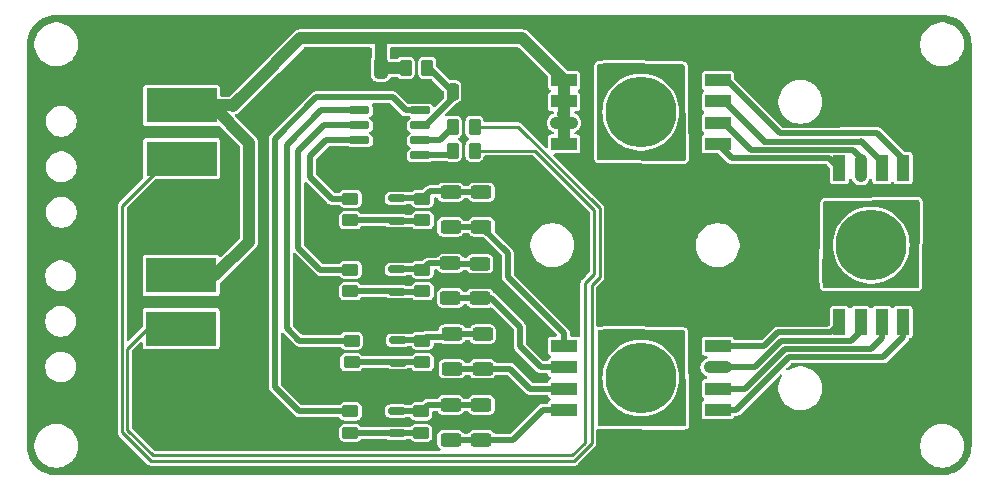
<source format=gbr>
%TF.GenerationSoftware,KiCad,Pcbnew,8.0.3*%
%TF.CreationDate,2024-08-07T13:34:54+02:00*%
%TF.ProjectId,NP_RGBW_HP,4e505f52-4742-4575-9f48-502e6b696361,rev?*%
%TF.SameCoordinates,Original*%
%TF.FileFunction,Copper,L1,Top*%
%TF.FilePolarity,Positive*%
%FSLAX46Y46*%
G04 Gerber Fmt 4.6, Leading zero omitted, Abs format (unit mm)*
G04 Created by KiCad (PCBNEW 8.0.3) date 2024-08-07 13:34:54*
%MOMM*%
%LPD*%
G01*
G04 APERTURE LIST*
G04 Aperture macros list*
%AMRoundRect*
0 Rectangle with rounded corners*
0 $1 Rounding radius*
0 $2 $3 $4 $5 $6 $7 $8 $9 X,Y pos of 4 corners*
0 Add a 4 corners polygon primitive as box body*
4,1,4,$2,$3,$4,$5,$6,$7,$8,$9,$2,$3,0*
0 Add four circle primitives for the rounded corners*
1,1,$1+$1,$2,$3*
1,1,$1+$1,$4,$5*
1,1,$1+$1,$6,$7*
1,1,$1+$1,$8,$9*
0 Add four rect primitives between the rounded corners*
20,1,$1+$1,$2,$3,$4,$5,0*
20,1,$1+$1,$4,$5,$6,$7,0*
20,1,$1+$1,$6,$7,$8,$9,0*
20,1,$1+$1,$8,$9,$2,$3,0*%
G04 Aperture macros list end*
%TA.AperFunction,SMDPad,CuDef*%
%ADD10RoundRect,0.250000X-0.450000X0.262500X-0.450000X-0.262500X0.450000X-0.262500X0.450000X0.262500X0*%
%TD*%
%TA.AperFunction,SMDPad,CuDef*%
%ADD11RoundRect,0.150000X0.587500X0.150000X-0.587500X0.150000X-0.587500X-0.150000X0.587500X-0.150000X0*%
%TD*%
%TA.AperFunction,SMDPad,CuDef*%
%ADD12R,2.200000X1.100000*%
%TD*%
%TA.AperFunction,SMDPad,CuDef*%
%ADD13RoundRect,0.550000X0.650000X0.000010X-0.650000X0.000010X-0.650000X-0.000010X0.650000X-0.000010X0*%
%TD*%
%TA.AperFunction,SMDPad,CuDef*%
%ADD14C,6.000000*%
%TD*%
%TA.AperFunction,SMDPad,CuDef*%
%ADD15RoundRect,0.250000X0.450000X-0.262500X0.450000X0.262500X-0.450000X0.262500X-0.450000X-0.262500X0*%
%TD*%
%TA.AperFunction,SMDPad,CuDef*%
%ADD16RoundRect,0.250000X0.625000X-0.312500X0.625000X0.312500X-0.625000X0.312500X-0.625000X-0.312500X0*%
%TD*%
%TA.AperFunction,SMDPad,CuDef*%
%ADD17RoundRect,0.250000X0.325000X0.650000X-0.325000X0.650000X-0.325000X-0.650000X0.325000X-0.650000X0*%
%TD*%
%TA.AperFunction,SMDPad,CuDef*%
%ADD18RoundRect,0.250000X-0.250000X-0.475000X0.250000X-0.475000X0.250000X0.475000X-0.250000X0.475000X0*%
%TD*%
%TA.AperFunction,SMDPad,CuDef*%
%ADD19RoundRect,0.250000X0.262500X0.450000X-0.262500X0.450000X-0.262500X-0.450000X0.262500X-0.450000X0*%
%TD*%
%TA.AperFunction,SMDPad,CuDef*%
%ADD20RoundRect,0.150000X-0.725000X-0.150000X0.725000X-0.150000X0.725000X0.150000X-0.725000X0.150000X0*%
%TD*%
%TA.AperFunction,SMDPad,CuDef*%
%ADD21R,1.100000X2.200000*%
%TD*%
%TA.AperFunction,SMDPad,CuDef*%
%ADD22RoundRect,0.550000X-0.000010X0.650000X-0.000010X-0.650000X0.000010X-0.650000X0.000010X0.650000X0*%
%TD*%
%TA.AperFunction,SMDPad,CuDef*%
%ADD23R,6.000000X3.000000*%
%TD*%
%TA.AperFunction,SMDPad,CuDef*%
%ADD24RoundRect,0.550000X-0.650000X-0.000010X0.650000X-0.000010X0.650000X0.000010X-0.650000X0.000010X0*%
%TD*%
%TA.AperFunction,SMDPad,CuDef*%
%ADD25RoundRect,0.250000X-0.262500X-0.450000X0.262500X-0.450000X0.262500X0.450000X-0.262500X0.450000X0*%
%TD*%
%TA.AperFunction,Conductor*%
%ADD26C,1.000000*%
%TD*%
%TA.AperFunction,Conductor*%
%ADD27C,0.500000*%
%TD*%
%TA.AperFunction,Conductor*%
%ADD28C,0.250000*%
%TD*%
G04 APERTURE END LIST*
D10*
%TO.P,R1,1*%
%TO.N,Net-(Q1-E)*%
X99000000Y-64087500D03*
%TO.P,R1,2*%
%TO.N,Net-(Q1-B)*%
X99000000Y-65912500D03*
%TD*%
D11*
%TO.P,Q2,1,B*%
%TO.N,Net-(Q2-B)*%
X96837500Y-71950000D03*
%TO.P,Q2,2,E*%
%TO.N,Net-(Q2-E)*%
X96837500Y-70050000D03*
%TO.P,Q2,3,C*%
%TO.N,GND*%
X94962500Y-71000000D03*
%TD*%
D12*
%TO.P,L3,1*%
%TO.N,Net-(L2-Pad8)*%
X124000000Y-81958330D03*
%TO.P,L3,2*%
%TO.N,Net-(L2-Pad7)*%
X124000000Y-80158330D03*
D13*
%TO.P,L3,3*%
%TO.N,Net-(L2-Pad6)*%
X124000000Y-78358330D03*
D12*
%TO.P,L3,4*%
%TO.N,Net-(L2-Pad5)*%
X124000000Y-76558330D03*
%TO.P,L3,5*%
%TO.N,Net-(L3-Pad5)*%
X111000000Y-76558330D03*
%TO.P,L3,6*%
%TO.N,Net-(L3-Pad6)*%
X111000000Y-78358330D03*
%TO.P,L3,7*%
%TO.N,Net-(L3-Pad7)*%
X111000000Y-80158330D03*
%TO.P,L3,8*%
%TO.N,Net-(L3-Pad8)*%
X111000000Y-81958330D03*
D14*
%TO.P,L3,9,GND*%
%TO.N,unconnected-(L3-GND-Pad9)*%
X117500000Y-79258330D03*
%TD*%
D15*
%TO.P,R12,1*%
%TO.N,Net-(Q1-B)*%
X92900000Y-65912500D03*
%TO.P,R12,2*%
%TO.N,Net-(U1-OUT_B)*%
X92900000Y-64087500D03*
%TD*%
D10*
%TO.P,R9,1*%
%TO.N,Net-(Q4-E)*%
X98900000Y-82087500D03*
%TO.P,R9,2*%
%TO.N,Net-(Q4-B)*%
X98900000Y-83912500D03*
%TD*%
D11*
%TO.P,Q1,1,B*%
%TO.N,Net-(Q1-B)*%
X96837500Y-65950000D03*
%TO.P,Q1,2,E*%
%TO.N,Net-(Q1-E)*%
X96837500Y-64050000D03*
%TO.P,Q1,3,C*%
%TO.N,GND*%
X94962500Y-65000000D03*
%TD*%
D16*
%TO.P,R8,1*%
%TO.N,Net-(L3-Pad7)*%
X104100000Y-78462500D03*
%TO.P,R8,2*%
%TO.N,Net-(Q3-E)*%
X104100000Y-75537500D03*
%TD*%
%TO.P,R7,1*%
%TO.N,Net-(L3-Pad7)*%
X101500000Y-78462500D03*
%TO.P,R7,2*%
%TO.N,Net-(Q3-E)*%
X101500000Y-75537500D03*
%TD*%
%TO.P,R11,1*%
%TO.N,Net-(L3-Pad8)*%
X104000000Y-84462500D03*
%TO.P,R11,2*%
%TO.N,Net-(Q4-E)*%
X104000000Y-81537500D03*
%TD*%
D11*
%TO.P,Q4,1,B*%
%TO.N,Net-(Q4-B)*%
X96837500Y-83950000D03*
%TO.P,Q4,2,E*%
%TO.N,Net-(Q4-E)*%
X96837500Y-82050000D03*
%TO.P,Q4,3,C*%
%TO.N,GND*%
X94962500Y-83000000D03*
%TD*%
D16*
%TO.P,R5,1*%
%TO.N,Net-(L3-Pad6)*%
X101370000Y-72485000D03*
%TO.P,R5,2*%
%TO.N,Net-(Q2-E)*%
X101370000Y-69560000D03*
%TD*%
D15*
%TO.P,R15,1*%
%TO.N,Net-(Q4-B)*%
X92900000Y-83912500D03*
%TO.P,R15,2*%
%TO.N,Net-(U1-OUT_W)*%
X92900000Y-82087500D03*
%TD*%
D17*
%TO.P,C1,1*%
%TO.N,+12V*%
X95475000Y-53000000D03*
%TO.P,C1,2*%
%TO.N,GND*%
X92525000Y-53000000D03*
%TD*%
D15*
%TO.P,R14,1*%
%TO.N,Net-(Q3-B)*%
X93000000Y-77912500D03*
%TO.P,R14,2*%
%TO.N,Net-(U1-OUT_R)*%
X93000000Y-76087500D03*
%TD*%
D16*
%TO.P,R2,1*%
%TO.N,Net-(L3-Pad5)*%
X104000000Y-66462500D03*
%TO.P,R2,2*%
%TO.N,Net-(Q1-E)*%
X104000000Y-63537500D03*
%TD*%
D18*
%TO.P,C2,1*%
%TO.N,Net-(U1-VDD)*%
X101550000Y-55000000D03*
%TO.P,C2,2*%
%TO.N,GND*%
X103450000Y-55000000D03*
%TD*%
D19*
%TO.P,R18,1*%
%TO.N,Net-(J2-Pin_2)*%
X103412500Y-60000000D03*
%TO.P,R18,2*%
%TO.N,Net-(U1-DOUT)*%
X101587500Y-60000000D03*
%TD*%
D16*
%TO.P,R10,1*%
%TO.N,Net-(L3-Pad8)*%
X101400000Y-84462500D03*
%TO.P,R10,2*%
%TO.N,Net-(Q4-E)*%
X101400000Y-81537500D03*
%TD*%
D20*
%TO.P,U1,1,OUT_R*%
%TO.N,Net-(U1-OUT_R)*%
X93662981Y-56595000D03*
%TO.P,U1,2,OUT_G*%
%TO.N,Net-(U1-OUT_G)*%
X93662981Y-57865000D03*
%TO.P,U1,3,OUT_B*%
%TO.N,Net-(U1-OUT_B)*%
X93662981Y-59135000D03*
%TO.P,U1,4,GND*%
%TO.N,GND*%
X93662981Y-60405000D03*
%TO.P,U1,5,DOUT*%
%TO.N,Net-(U1-DOUT)*%
X98812981Y-60405000D03*
%TO.P,U1,6,DIN*%
%TO.N,Net-(U1-DIN)*%
X98812981Y-59135000D03*
%TO.P,U1,7,VDD*%
%TO.N,Net-(U1-VDD)*%
X98812981Y-57865000D03*
%TO.P,U1,8,OUT_W*%
%TO.N,Net-(U1-OUT_W)*%
X98812981Y-56595000D03*
%TD*%
D16*
%TO.P,R3,1*%
%TO.N,Net-(L3-Pad5)*%
X101400000Y-66462500D03*
%TO.P,R3,2*%
%TO.N,Net-(Q1-E)*%
X101400000Y-63537500D03*
%TD*%
D21*
%TO.P,L2,1*%
%TO.N,Net-(L1-Pad8)*%
X139700000Y-61500000D03*
%TO.P,L2,2*%
%TO.N,Net-(L1-Pad7)*%
X137900000Y-61500000D03*
D22*
%TO.P,L2,3*%
%TO.N,Net-(L1-Pad6)*%
X136100000Y-61500000D03*
D21*
%TO.P,L2,4*%
%TO.N,Net-(L1-Pad5)*%
X134300000Y-61500000D03*
%TO.P,L2,5*%
%TO.N,Net-(L2-Pad5)*%
X134300000Y-74500000D03*
%TO.P,L2,6*%
%TO.N,Net-(L2-Pad6)*%
X136100000Y-74500000D03*
%TO.P,L2,7*%
%TO.N,Net-(L2-Pad7)*%
X137900000Y-74500000D03*
%TO.P,L2,8*%
%TO.N,Net-(L2-Pad8)*%
X139700000Y-74500000D03*
D14*
%TO.P,L2,9,GND*%
%TO.N,unconnected-(L2-GND-Pad9)*%
X137000000Y-68000000D03*
%TD*%
D10*
%TO.P,R4,1*%
%TO.N,Net-(Q2-E)*%
X99000000Y-70087500D03*
%TO.P,R4,2*%
%TO.N,Net-(Q2-B)*%
X99000000Y-71912500D03*
%TD*%
D23*
%TO.P,J1,1,Pin_1*%
%TO.N,+12V*%
X78620000Y-56180000D03*
%TO.P,J1,2,Pin_2*%
%TO.N,Net-(J1-Pin_2)*%
X78620000Y-60680000D03*
%TO.P,J1,3,Pin_3*%
%TO.N,GND*%
X78620000Y-65180000D03*
%TD*%
D12*
%TO.P,L1,1*%
%TO.N,+12V*%
X111000000Y-54041670D03*
%TO.P,L1,2*%
X111000000Y-55841670D03*
D24*
%TO.P,L1,3*%
X111000000Y-57641670D03*
D12*
%TO.P,L1,4*%
X111000000Y-59441670D03*
%TO.P,L1,5*%
%TO.N,Net-(L1-Pad5)*%
X124000000Y-59441670D03*
%TO.P,L1,6*%
%TO.N,Net-(L1-Pad6)*%
X124000000Y-57641670D03*
%TO.P,L1,7*%
%TO.N,Net-(L1-Pad7)*%
X124000000Y-55841670D03*
%TO.P,L1,8*%
%TO.N,Net-(L1-Pad8)*%
X124000000Y-54041670D03*
D14*
%TO.P,L1,9,GND*%
%TO.N,unconnected-(L1-GND-Pad9)*%
X117500000Y-56741670D03*
%TD*%
D10*
%TO.P,R6,1*%
%TO.N,Net-(Q3-E)*%
X99000000Y-76087500D03*
%TO.P,R6,2*%
%TO.N,Net-(Q3-B)*%
X99000000Y-77912500D03*
%TD*%
D11*
%TO.P,Q3,1,B*%
%TO.N,Net-(Q3-B)*%
X96937500Y-77950000D03*
%TO.P,Q3,2,E*%
%TO.N,Net-(Q3-E)*%
X96937500Y-76050000D03*
%TO.P,Q3,3,C*%
%TO.N,GND*%
X95062500Y-77000000D03*
%TD*%
D19*
%TO.P,R16,1*%
%TO.N,Net-(U1-VDD)*%
X99412500Y-53000000D03*
%TO.P,R16,2*%
%TO.N,+12V*%
X97587500Y-53000000D03*
%TD*%
D15*
%TO.P,R13,1*%
%TO.N,Net-(Q2-B)*%
X92900000Y-71912500D03*
%TO.P,R13,2*%
%TO.N,Net-(U1-OUT_G)*%
X92900000Y-70087500D03*
%TD*%
D16*
%TO.P,R19,1*%
%TO.N,Net-(L3-Pad6)*%
X103880000Y-72495000D03*
%TO.P,R19,2*%
%TO.N,Net-(Q2-E)*%
X103880000Y-69570000D03*
%TD*%
D25*
%TO.P,R17,1*%
%TO.N,Net-(U1-DIN)*%
X101587500Y-58000000D03*
%TO.P,R17,2*%
%TO.N,Net-(J1-Pin_2)*%
X103412500Y-58000000D03*
%TD*%
D23*
%TO.P,J2,1,Pin_1*%
%TO.N,+12V*%
X78570000Y-70570000D03*
%TO.P,J2,2,Pin_2*%
%TO.N,Net-(J2-Pin_2)*%
X78570000Y-75070000D03*
%TO.P,J2,3,Pin_3*%
%TO.N,GND*%
X78570000Y-79570000D03*
%TD*%
D26*
%TO.N,+12V*%
X84320000Y-67710000D02*
X84320000Y-59350000D01*
X111000000Y-59441670D02*
X111000000Y-57641670D01*
X84320000Y-59350000D02*
X81150000Y-56180000D01*
X111000000Y-57000000D02*
X111000000Y-54041670D01*
X110925480Y-56925480D02*
X111000000Y-57000000D01*
X82980000Y-56180000D02*
X84395000Y-54765000D01*
X78620000Y-56180000D02*
X82980000Y-56180000D01*
X95500000Y-50500000D02*
X107458330Y-50500000D01*
X84395000Y-54765000D02*
X88660000Y-50500000D01*
X88660000Y-50500000D02*
X95500000Y-50500000D01*
X95475000Y-53000000D02*
X95475000Y-50525000D01*
X81150000Y-56180000D02*
X78620000Y-56180000D01*
X81460000Y-70570000D02*
X84320000Y-67710000D01*
X97587500Y-53000000D02*
X95475000Y-53000000D01*
X82960000Y-56200000D02*
X84395000Y-54765000D01*
X78570000Y-70570000D02*
X81460000Y-70570000D01*
X107458330Y-50500000D02*
X111000000Y-54041670D01*
X95475000Y-50525000D02*
X95500000Y-50500000D01*
D27*
%TO.N,Net-(U1-VDD)*%
X99550000Y-53000000D02*
X101550000Y-55000000D01*
X99265830Y-57865000D02*
X101550000Y-55580830D01*
X101550000Y-55580830D02*
X101550000Y-55000000D01*
X98812981Y-57865000D02*
X99265830Y-57865000D01*
X99412500Y-53000000D02*
X99550000Y-53000000D01*
D28*
%TO.N,Net-(J1-Pin_2)*%
X113340000Y-84795718D02*
X113340000Y-71390000D01*
X73580000Y-64680000D02*
X73580000Y-83850000D01*
X111835718Y-86300000D02*
X113340000Y-84795718D01*
X73580000Y-83850000D02*
X76030000Y-86300000D01*
X114000480Y-70729520D02*
X114000480Y-64864084D01*
X76030000Y-86300000D02*
X111835718Y-86300000D01*
X113340000Y-71390000D02*
X114000480Y-70729520D01*
X77580000Y-60680000D02*
X73580000Y-64680000D01*
X114000480Y-64864084D02*
X107136396Y-58000000D01*
X107136396Y-58000000D02*
X103412500Y-58000000D01*
X78620000Y-60680000D02*
X77580000Y-60680000D01*
%TO.N,Net-(J2-Pin_2)*%
X74030000Y-83663604D02*
X74030000Y-76760000D01*
X112760000Y-71230000D02*
X112760000Y-84740000D01*
X103412500Y-60000000D02*
X108500000Y-60000000D01*
X113550480Y-70439520D02*
X112760000Y-71230000D01*
X113550480Y-65050480D02*
X113550480Y-70439520D01*
X112760000Y-84740000D02*
X111700000Y-85800000D01*
X75720000Y-75070000D02*
X78570000Y-75070000D01*
X76166396Y-85800000D02*
X74030000Y-83663604D01*
X74030000Y-76760000D02*
X75720000Y-75070000D01*
X111700000Y-85800000D02*
X76166396Y-85800000D01*
X108500000Y-60000000D02*
X113550480Y-65050480D01*
D27*
%TO.N,Net-(L1-Pad5)*%
X124000000Y-59441670D02*
X125208338Y-60650008D01*
X125208338Y-60650008D02*
X133450009Y-60650009D01*
X133450009Y-60650009D02*
X134300000Y-61500000D01*
%TO.N,Net-(L1-Pad6)*%
X126858819Y-59950489D02*
X135450489Y-59950489D01*
X124550000Y-57641670D02*
X126858819Y-59950489D01*
X124000000Y-57641670D02*
X124550000Y-57641670D01*
X135450489Y-59950489D02*
X136100000Y-60600000D01*
X136100000Y-60600000D02*
X136100000Y-61500000D01*
%TO.N,Net-(L1-Pad7)*%
X127959299Y-59250969D02*
X134500000Y-59250969D01*
X136149520Y-59199520D02*
X137900000Y-60950000D01*
X124000000Y-55841670D02*
X124749022Y-55841670D01*
X136200969Y-59250969D02*
X137900000Y-60950000D01*
X124550000Y-55841670D02*
X127907850Y-59199520D01*
X134500000Y-59250969D02*
X136200969Y-59250969D01*
X137900000Y-60950000D02*
X137900000Y-61500000D01*
X124000000Y-55841670D02*
X124550000Y-55841670D01*
X127907850Y-59199520D02*
X127959299Y-59250969D01*
%TO.N,Net-(L1-Pad8)*%
X137500001Y-58500001D02*
X139700000Y-60700000D01*
X124000000Y-54041670D02*
X124749022Y-54041670D01*
X134551448Y-58500001D02*
X137500001Y-58500001D01*
X134500000Y-58551449D02*
X134551448Y-58500001D01*
X129258801Y-58551449D02*
X134500000Y-58551449D01*
X139700000Y-60700000D02*
X139700000Y-61500000D01*
X124749022Y-54041670D02*
X129258801Y-58551449D01*
%TO.N,Net-(L2-Pad5)*%
X129098560Y-75401440D02*
X127941670Y-76558330D01*
X127941670Y-76558330D02*
X124000000Y-76558330D01*
X134300000Y-74500000D02*
X134300000Y-74700000D01*
X134300000Y-74700000D02*
X133598560Y-75401440D01*
X133598560Y-75401440D02*
X129098560Y-75401440D01*
%TO.N,Net-(L2-Pad6)*%
X129399040Y-76100960D02*
X127141670Y-78358330D01*
X136100000Y-75249022D02*
X135248062Y-76100960D01*
X127141670Y-78358330D02*
X124000000Y-78358330D01*
X136100000Y-74500000D02*
X136100000Y-75249022D01*
X135248062Y-76100960D02*
X129399040Y-76100960D01*
%TO.N,Net-(L2-Pad7)*%
X137900000Y-74500000D02*
X137900000Y-75860730D01*
X136960250Y-76800480D02*
X129699520Y-76800480D01*
X129699520Y-76800480D02*
X126341670Y-80158330D01*
X137900000Y-75860730D02*
X136960250Y-76800480D01*
X126341670Y-80158330D02*
X124000000Y-80158330D01*
%TO.N,Net-(L2-Pad8)*%
X124000000Y-81958330D02*
X125541670Y-81958330D01*
X125541670Y-81958330D02*
X130000000Y-77500000D01*
X130000000Y-77500000D02*
X138000000Y-77500000D01*
X138000000Y-77500000D02*
X139700000Y-75800000D01*
X139700000Y-75800000D02*
X139700000Y-74500000D01*
%TO.N,Net-(L3-Pad5)*%
X101400000Y-66462500D02*
X104000000Y-66462500D01*
D26*
X111000000Y-76558330D02*
X110558330Y-76558330D01*
D27*
X111000000Y-75470000D02*
X106240000Y-70710000D01*
X106240000Y-70710000D02*
X106240000Y-68702500D01*
X106240000Y-68702500D02*
X104000000Y-66462500D01*
X111000000Y-76558330D02*
X111000000Y-75470000D01*
%TO.N,Net-(L3-Pad6)*%
X101370000Y-72485000D02*
X103870000Y-72485000D01*
X107260000Y-76570000D02*
X109048330Y-78358330D01*
X103880000Y-72495000D02*
X104795000Y-72495000D01*
X109048330Y-78358330D02*
X111000000Y-78358330D01*
X103870000Y-72485000D02*
X103880000Y-72495000D01*
X104795000Y-72495000D02*
X107260000Y-74960000D01*
X107260000Y-74960000D02*
X107260000Y-76570000D01*
%TO.N,Net-(L3-Pad7)*%
X106412500Y-78462500D02*
X104100000Y-78462500D01*
X101500000Y-78462500D02*
X104100000Y-78462500D01*
X111000000Y-80158330D02*
X108108330Y-80158330D01*
X108108330Y-80158330D02*
X106412500Y-78462500D01*
%TO.N,Net-(L3-Pad8)*%
X111000000Y-81958330D02*
X109211670Y-81958330D01*
X106707500Y-84462500D02*
X104000000Y-84462500D01*
X109211670Y-81958330D02*
X106707500Y-84462500D01*
X101400000Y-84462500D02*
X104000000Y-84462500D01*
%TO.N,Net-(Q1-B)*%
X96837500Y-65950000D02*
X98962500Y-65950000D01*
X96800000Y-65912500D02*
X96837500Y-65950000D01*
X98962500Y-65950000D02*
X99000000Y-65912500D01*
X92900000Y-65912500D02*
X96800000Y-65912500D01*
%TO.N,Net-(Q1-E)*%
X99000000Y-64087500D02*
X99627500Y-63460000D01*
X101400000Y-63537500D02*
X104000000Y-63537500D01*
X96837500Y-64050000D02*
X98962500Y-64050000D01*
X99627500Y-63460000D02*
X101322500Y-63460000D01*
D28*
X96875000Y-64087500D02*
X96837500Y-64050000D01*
D27*
X98962500Y-64050000D02*
X99000000Y-64087500D01*
X101322500Y-63460000D02*
X101400000Y-63537500D01*
%TO.N,Net-(Q2-B)*%
X92900000Y-71912500D02*
X96800000Y-71912500D01*
X96837500Y-71950000D02*
X98962500Y-71950000D01*
X98962500Y-71950000D02*
X99000000Y-71912500D01*
X96800000Y-71912500D02*
X96837500Y-71950000D01*
%TO.N,Net-(Q2-E)*%
X96837500Y-70050000D02*
X98962500Y-70050000D01*
X98962500Y-70050000D02*
X99000000Y-70087500D01*
X101370000Y-69560000D02*
X99527500Y-69560000D01*
X101380000Y-69570000D02*
X101370000Y-69560000D01*
X99527500Y-69560000D02*
X99000000Y-70087500D01*
X103880000Y-69570000D02*
X101380000Y-69570000D01*
%TO.N,Net-(Q3-E)*%
X99000000Y-76087500D02*
X99337500Y-75750000D01*
X96937500Y-76050000D02*
X98962500Y-76050000D01*
X98962500Y-76050000D02*
X99000000Y-76087500D01*
X101500000Y-75537500D02*
X104100000Y-75537500D01*
X99337500Y-75750000D02*
X101287500Y-75750000D01*
X101287500Y-75750000D02*
X101500000Y-75537500D01*
%TO.N,Net-(Q3-B)*%
X93000000Y-77912500D02*
X99000000Y-77912500D01*
%TO.N,Net-(Q4-E)*%
X96875000Y-82087500D02*
X96837500Y-82050000D01*
X101400000Y-81537500D02*
X99450000Y-81537500D01*
X104000000Y-81537500D02*
X101400000Y-81537500D01*
X99450000Y-81537500D02*
X98900000Y-82087500D01*
X98900000Y-82087500D02*
X96875000Y-82087500D01*
%TO.N,Net-(Q4-B)*%
X96875000Y-83912500D02*
X96837500Y-83950000D01*
X92937500Y-83950000D02*
X92900000Y-83912500D01*
X98900000Y-83912500D02*
X96875000Y-83912500D01*
X96837500Y-83950000D02*
X92937500Y-83950000D01*
D28*
%TO.N,Net-(U1-OUT_B)*%
X92900000Y-64087500D02*
X92900000Y-64379900D01*
D27*
X89500000Y-60500000D02*
X90865000Y-59135000D01*
X90865000Y-59135000D02*
X93662981Y-59135000D01*
X89500000Y-62250000D02*
X89500000Y-60500000D01*
X91337500Y-64087500D02*
X89500000Y-62250000D01*
X92900000Y-64087500D02*
X91337500Y-64087500D01*
%TO.N,Net-(U1-OUT_G)*%
X88500000Y-68240000D02*
X88500000Y-60000000D01*
X90347500Y-70087500D02*
X88500000Y-68240000D01*
X92900000Y-70087500D02*
X90347500Y-70087500D01*
X88500000Y-60000000D02*
X90635000Y-57865000D01*
X90635000Y-57865000D02*
X93662981Y-57865000D01*
%TO.N,Net-(U1-OUT_R)*%
X90405000Y-56595000D02*
X87500000Y-59500000D01*
X93662981Y-56595000D02*
X90405000Y-56595000D01*
X88587500Y-76087500D02*
X87500000Y-75000000D01*
X93000000Y-76087500D02*
X88587500Y-76087500D01*
X87500000Y-59500000D02*
X87500000Y-75000000D01*
%TO.N,Net-(U1-OUT_W)*%
X88587500Y-82087500D02*
X86500000Y-80000000D01*
X92900000Y-82087500D02*
X88587500Y-82087500D01*
X97595000Y-56595000D02*
X98812981Y-56595000D01*
X90000000Y-55500000D02*
X96500000Y-55500000D01*
X86500000Y-59000000D02*
X90000000Y-55500000D01*
X86500000Y-80000000D02*
X86500000Y-59000000D01*
X96500000Y-55500000D02*
X97595000Y-56595000D01*
%TO.N,Net-(U1-DIN)*%
X98812981Y-59135000D02*
X100452500Y-59135000D01*
X100452500Y-59135000D02*
X101587500Y-58000000D01*
%TO.N,Net-(U1-DOUT)*%
X101182500Y-60405000D02*
X101587500Y-60000000D01*
X98812981Y-60405000D02*
X101182500Y-60405000D01*
%TD*%
%TA.AperFunction,NonConductor*%
G36*
X121107277Y-75208137D02*
G01*
X121175084Y-75229170D01*
X121220758Y-75283525D01*
X121231355Y-75332731D01*
X121318587Y-83232096D01*
X121299339Y-83300433D01*
X121246200Y-83347516D01*
X121192089Y-83359486D01*
X113975494Y-83330503D01*
X113907454Y-83310228D01*
X113861177Y-83256386D01*
X113850000Y-83204504D01*
X113850000Y-79258326D01*
X114240720Y-79258326D01*
X114240720Y-79258333D01*
X114259826Y-79610720D01*
X114316918Y-79958974D01*
X114411332Y-80299021D01*
X114411333Y-80299023D01*
X114541958Y-80626866D01*
X114707263Y-80938664D01*
X114905310Y-81230762D01*
X115133777Y-81499735D01*
X115389972Y-81742417D01*
X115389987Y-81742430D01*
X115670934Y-81956000D01*
X115973326Y-82137943D01*
X116089307Y-82191601D01*
X116293604Y-82286120D01*
X116293616Y-82286125D01*
X116628050Y-82398809D01*
X116972707Y-82474674D01*
X117323546Y-82512830D01*
X117323554Y-82512830D01*
X117676446Y-82512830D01*
X117676454Y-82512830D01*
X118027293Y-82474674D01*
X118371950Y-82398809D01*
X118706384Y-82286125D01*
X119026674Y-82137943D01*
X119329066Y-81956000D01*
X119610013Y-81742430D01*
X119866223Y-81499735D01*
X120094690Y-81230762D01*
X120292737Y-80938664D01*
X120458042Y-80626866D01*
X120588667Y-80299023D01*
X120683080Y-79958979D01*
X120740174Y-79610720D01*
X120759280Y-79258330D01*
X120740174Y-78905940D01*
X120683080Y-78557681D01*
X120588667Y-78217637D01*
X120458042Y-77889794D01*
X120292737Y-77577996D01*
X120094690Y-77285898D01*
X119866223Y-77016925D01*
X119866222Y-77016924D01*
X119610027Y-76774242D01*
X119610012Y-76774229D01*
X119329070Y-76560663D01*
X119329064Y-76560659D01*
X119026674Y-76378717D01*
X119026668Y-76378714D01*
X118706395Y-76230539D01*
X118706383Y-76230534D01*
X118371959Y-76117854D01*
X118371958Y-76117853D01*
X118371950Y-76117851D01*
X118325224Y-76107565D01*
X118027305Y-76041988D01*
X118027281Y-76041984D01*
X117676461Y-76003830D01*
X117676454Y-76003830D01*
X117323546Y-76003830D01*
X117323538Y-76003830D01*
X116972718Y-76041984D01*
X116972694Y-76041988D01*
X116628054Y-76117850D01*
X116628040Y-76117854D01*
X116293616Y-76230534D01*
X116293604Y-76230539D01*
X115973331Y-76378714D01*
X115973324Y-76378718D01*
X115670935Y-76560659D01*
X115670929Y-76560663D01*
X115389987Y-76774229D01*
X115389972Y-76774242D01*
X115133777Y-77016924D01*
X114905308Y-77285900D01*
X114707262Y-77577996D01*
X114707260Y-77578000D01*
X114541957Y-77889796D01*
X114541953Y-77889805D01*
X114411332Y-78217638D01*
X114316918Y-78557685D01*
X114259826Y-78905939D01*
X114240720Y-79258326D01*
X113850000Y-79258326D01*
X113850000Y-75295328D01*
X113870002Y-75227207D01*
X113923658Y-75180714D01*
X113964874Y-75169821D01*
X114633500Y-75110575D01*
X114646528Y-75110099D01*
X121107277Y-75208137D01*
G37*
%TD.AperFunction*%
%TA.AperFunction,NonConductor*%
G36*
X141030433Y-64210660D02*
G01*
X141077516Y-64263799D01*
X141089486Y-64317910D01*
X141060504Y-71534506D01*
X141040229Y-71602546D01*
X140986387Y-71648823D01*
X140934505Y-71660000D01*
X133025329Y-71660000D01*
X132957208Y-71639998D01*
X132910715Y-71586342D01*
X132899821Y-71545121D01*
X132840576Y-70876501D01*
X132840099Y-70863468D01*
X132845856Y-70484087D01*
X132883551Y-67999996D01*
X133740720Y-67999996D01*
X133740720Y-68000003D01*
X133759826Y-68352390D01*
X133816918Y-68700644D01*
X133911332Y-69040691D01*
X133911333Y-69040693D01*
X134041958Y-69368536D01*
X134207263Y-69680334D01*
X134405310Y-69972432D01*
X134633777Y-70241405D01*
X134889972Y-70484087D01*
X134889987Y-70484100D01*
X135170934Y-70697670D01*
X135473326Y-70879613D01*
X135589307Y-70933271D01*
X135793604Y-71027790D01*
X135793616Y-71027795D01*
X136128050Y-71140479D01*
X136472707Y-71216344D01*
X136823546Y-71254500D01*
X136823554Y-71254500D01*
X137176446Y-71254500D01*
X137176454Y-71254500D01*
X137527293Y-71216344D01*
X137871950Y-71140479D01*
X138206384Y-71027795D01*
X138526674Y-70879613D01*
X138829066Y-70697670D01*
X139110013Y-70484100D01*
X139366223Y-70241405D01*
X139594690Y-69972432D01*
X139792737Y-69680334D01*
X139958042Y-69368536D01*
X140088667Y-69040693D01*
X140183080Y-68700649D01*
X140240174Y-68352390D01*
X140259280Y-68000000D01*
X140240174Y-67647610D01*
X140183080Y-67299351D01*
X140088667Y-66959307D01*
X139958042Y-66631464D01*
X139792737Y-66319666D01*
X139594690Y-66027568D01*
X139366223Y-65758595D01*
X139366222Y-65758594D01*
X139110027Y-65515912D01*
X139110012Y-65515899D01*
X138829070Y-65302333D01*
X138829064Y-65302329D01*
X138526674Y-65120387D01*
X138526668Y-65120384D01*
X138206395Y-64972209D01*
X138206383Y-64972204D01*
X137871959Y-64859524D01*
X137871958Y-64859523D01*
X137871950Y-64859521D01*
X137825224Y-64849235D01*
X137527305Y-64783658D01*
X137527281Y-64783654D01*
X137176461Y-64745500D01*
X137176454Y-64745500D01*
X136823546Y-64745500D01*
X136823538Y-64745500D01*
X136472718Y-64783654D01*
X136472694Y-64783658D01*
X136128054Y-64859520D01*
X136128040Y-64859524D01*
X135793616Y-64972204D01*
X135793604Y-64972209D01*
X135473331Y-65120384D01*
X135473324Y-65120388D01*
X135170935Y-65302329D01*
X135170929Y-65302333D01*
X134889987Y-65515899D01*
X134889972Y-65515912D01*
X134633777Y-65758594D01*
X134405308Y-66027570D01*
X134207262Y-66319666D01*
X134207260Y-66319670D01*
X134041957Y-66631466D01*
X134041953Y-66631475D01*
X133911332Y-66959308D01*
X133816918Y-67299355D01*
X133759826Y-67647609D01*
X133740720Y-67999996D01*
X132883551Y-67999996D01*
X132938137Y-64402721D01*
X132959170Y-64334915D01*
X133013525Y-64289241D01*
X133062727Y-64278644D01*
X140962097Y-64191412D01*
X141030433Y-64210660D01*
G37*
%TD.AperFunction*%
%TA.AperFunction,Conductor*%
%TO.N,GND*%
G36*
X143003801Y-48500730D02*
G01*
X143033105Y-48502502D01*
X143293684Y-48518264D01*
X143308765Y-48520095D01*
X143590682Y-48571758D01*
X143605429Y-48575393D01*
X143879071Y-48660663D01*
X143893283Y-48666054D01*
X144154624Y-48783674D01*
X144168090Y-48790740D01*
X144413367Y-48939016D01*
X144425866Y-48947643D01*
X144651485Y-49124404D01*
X144662865Y-49134487D01*
X144865512Y-49337134D01*
X144875596Y-49348515D01*
X145052353Y-49574130D01*
X145060985Y-49586635D01*
X145174551Y-49774495D01*
X145209255Y-49831903D01*
X145216325Y-49845375D01*
X145333943Y-50106711D01*
X145339339Y-50120937D01*
X145424602Y-50394554D01*
X145428243Y-50409328D01*
X145479902Y-50691222D01*
X145481736Y-50706326D01*
X145499270Y-50996197D01*
X145499500Y-51003805D01*
X145499500Y-84996194D01*
X145499270Y-85003802D01*
X145481736Y-85293673D01*
X145479902Y-85308777D01*
X145428243Y-85590671D01*
X145424602Y-85605445D01*
X145339339Y-85879062D01*
X145333943Y-85893288D01*
X145216325Y-86154624D01*
X145209255Y-86168096D01*
X145060990Y-86413357D01*
X145052347Y-86425877D01*
X144971846Y-86528630D01*
X144875602Y-86651477D01*
X144865512Y-86662865D01*
X144662865Y-86865512D01*
X144651477Y-86875602D01*
X144425880Y-87052346D01*
X144413357Y-87060990D01*
X144168096Y-87209255D01*
X144154624Y-87216325D01*
X143893288Y-87333943D01*
X143879062Y-87339339D01*
X143605445Y-87424602D01*
X143590671Y-87428243D01*
X143308777Y-87479902D01*
X143293673Y-87481736D01*
X143003802Y-87499270D01*
X142996194Y-87499500D01*
X68003806Y-87499500D01*
X67996198Y-87499270D01*
X67706326Y-87481736D01*
X67691222Y-87479902D01*
X67409328Y-87428243D01*
X67394558Y-87424603D01*
X67120937Y-87339339D01*
X67106711Y-87333943D01*
X66845375Y-87216325D01*
X66831903Y-87209255D01*
X66586635Y-87060985D01*
X66574130Y-87052353D01*
X66348515Y-86875596D01*
X66337134Y-86865512D01*
X66134487Y-86662865D01*
X66124404Y-86651485D01*
X65947643Y-86425866D01*
X65939016Y-86413367D01*
X65790740Y-86168090D01*
X65783674Y-86154624D01*
X65727715Y-86030289D01*
X65666054Y-85893283D01*
X65660663Y-85879071D01*
X65575393Y-85605429D01*
X65571758Y-85590682D01*
X65520095Y-85308765D01*
X65518264Y-85293684D01*
X65500730Y-85003801D01*
X65500500Y-84996194D01*
X65500500Y-84878709D01*
X66149500Y-84878709D01*
X66149500Y-85121290D01*
X66181160Y-85361782D01*
X66243944Y-85596095D01*
X66243945Y-85596097D01*
X66243946Y-85596100D01*
X66336776Y-85820212D01*
X66336777Y-85820213D01*
X66336782Y-85820224D01*
X66458061Y-86030285D01*
X66458063Y-86030288D01*
X66458064Y-86030289D01*
X66605735Y-86222738D01*
X66605739Y-86222742D01*
X66605744Y-86222748D01*
X66777251Y-86394255D01*
X66777256Y-86394259D01*
X66777262Y-86394265D01*
X66969711Y-86541936D01*
X66969714Y-86541938D01*
X67179775Y-86663217D01*
X67179779Y-86663218D01*
X67179788Y-86663224D01*
X67403900Y-86756054D01*
X67638211Y-86818838D01*
X67638215Y-86818838D01*
X67638217Y-86818839D01*
X67700202Y-86826999D01*
X67878712Y-86850500D01*
X67878719Y-86850500D01*
X68121281Y-86850500D01*
X68121288Y-86850500D01*
X68338637Y-86821885D01*
X68361782Y-86818839D01*
X68361782Y-86818838D01*
X68361789Y-86818838D01*
X68596100Y-86756054D01*
X68820212Y-86663224D01*
X69030289Y-86541936D01*
X69222738Y-86394265D01*
X69394265Y-86222738D01*
X69541936Y-86030289D01*
X69663224Y-85820212D01*
X69756054Y-85596100D01*
X69818838Y-85361789D01*
X69850500Y-85121288D01*
X69850500Y-84878712D01*
X69818838Y-84638211D01*
X69756054Y-84403900D01*
X69663224Y-84179788D01*
X69663218Y-84179779D01*
X69663217Y-84179775D01*
X69541938Y-83969714D01*
X69532949Y-83957999D01*
X69394265Y-83777262D01*
X69394259Y-83777256D01*
X69394255Y-83777251D01*
X69222748Y-83605744D01*
X69222742Y-83605739D01*
X69222738Y-83605735D01*
X69030289Y-83458064D01*
X69030288Y-83458063D01*
X69030285Y-83458061D01*
X68820224Y-83336782D01*
X68820216Y-83336778D01*
X68820212Y-83336776D01*
X68596100Y-83243946D01*
X68596097Y-83243945D01*
X68596095Y-83243944D01*
X68361782Y-83181160D01*
X68121290Y-83149500D01*
X68121288Y-83149500D01*
X67878712Y-83149500D01*
X67878709Y-83149500D01*
X67638217Y-83181160D01*
X67403904Y-83243944D01*
X67403900Y-83243946D01*
X67262659Y-83302450D01*
X67179786Y-83336777D01*
X67179775Y-83336782D01*
X66969714Y-83458061D01*
X66777262Y-83605735D01*
X66777251Y-83605744D01*
X66605744Y-83777251D01*
X66605735Y-83777262D01*
X66458061Y-83969714D01*
X66336782Y-84179775D01*
X66336777Y-84179786D01*
X66336776Y-84179788D01*
X66318769Y-84223262D01*
X66243946Y-84403900D01*
X66243944Y-84403904D01*
X66181160Y-84638217D01*
X66149500Y-84878709D01*
X65500500Y-84878709D01*
X65500500Y-78209648D01*
X67069500Y-78209648D01*
X67069500Y-78414352D01*
X67101523Y-78616534D01*
X67101524Y-78616538D01*
X67148797Y-78762031D01*
X67164780Y-78811219D01*
X67227033Y-78933397D01*
X67257714Y-78993612D01*
X67378034Y-79159220D01*
X67522779Y-79303965D01*
X67611737Y-79368596D01*
X67688390Y-79424287D01*
X67870781Y-79517220D01*
X68065466Y-79580477D01*
X68267648Y-79612500D01*
X68267651Y-79612500D01*
X68472349Y-79612500D01*
X68472352Y-79612500D01*
X68674534Y-79580477D01*
X68869219Y-79517220D01*
X69051610Y-79424287D01*
X69217219Y-79303966D01*
X69361966Y-79159219D01*
X69482287Y-78993610D01*
X69575220Y-78811219D01*
X69638477Y-78616534D01*
X69670500Y-78414352D01*
X69670500Y-78209648D01*
X69638477Y-78007466D01*
X69575220Y-77812781D01*
X69482287Y-77630390D01*
X69461476Y-77601746D01*
X69361965Y-77464779D01*
X69217220Y-77320034D01*
X69051612Y-77199714D01*
X68982008Y-77164249D01*
X68869219Y-77106780D01*
X68869216Y-77106779D01*
X68869214Y-77106778D01*
X68674538Y-77043524D01*
X68674536Y-77043523D01*
X68674534Y-77043523D01*
X68472352Y-77011500D01*
X68267648Y-77011500D01*
X68065466Y-77043523D01*
X68065464Y-77043523D01*
X68065461Y-77043524D01*
X67870785Y-77106778D01*
X67870779Y-77106781D01*
X67688387Y-77199714D01*
X67522779Y-77320034D01*
X67378034Y-77464779D01*
X67257714Y-77630387D01*
X67164781Y-77812779D01*
X67164778Y-77812785D01*
X67101524Y-78007461D01*
X67101523Y-78007464D01*
X67101523Y-78007466D01*
X67069500Y-78209648D01*
X65500500Y-78209648D01*
X65500500Y-74353648D01*
X67069500Y-74353648D01*
X67069500Y-74558352D01*
X67098087Y-74738839D01*
X67101524Y-74760538D01*
X67162650Y-74948666D01*
X67164780Y-74955219D01*
X67219304Y-75062228D01*
X67257714Y-75137612D01*
X67378034Y-75303220D01*
X67522779Y-75447965D01*
X67657026Y-75545500D01*
X67688390Y-75568287D01*
X67870781Y-75661220D01*
X68065466Y-75724477D01*
X68267648Y-75756500D01*
X68267651Y-75756500D01*
X68472349Y-75756500D01*
X68472352Y-75756500D01*
X68674534Y-75724477D01*
X68869219Y-75661220D01*
X69051610Y-75568287D01*
X69217219Y-75447966D01*
X69361966Y-75303219D01*
X69482287Y-75137610D01*
X69575220Y-74955219D01*
X69638477Y-74760534D01*
X69670500Y-74558352D01*
X69670500Y-74353648D01*
X69638477Y-74151466D01*
X69575220Y-73956781D01*
X69482287Y-73774390D01*
X69361966Y-73608781D01*
X69361965Y-73608779D01*
X69217220Y-73464034D01*
X69051612Y-73343714D01*
X68989364Y-73311997D01*
X68869219Y-73250780D01*
X68869216Y-73250779D01*
X68869214Y-73250778D01*
X68674538Y-73187524D01*
X68674536Y-73187523D01*
X68674534Y-73187523D01*
X68472352Y-73155500D01*
X68267648Y-73155500D01*
X68065466Y-73187523D01*
X68065464Y-73187523D01*
X68065461Y-73187524D01*
X67870785Y-73250778D01*
X67870779Y-73250781D01*
X67688387Y-73343714D01*
X67522779Y-73464034D01*
X67378034Y-73608779D01*
X67257714Y-73774387D01*
X67164781Y-73956779D01*
X67164778Y-73956785D01*
X67101524Y-74151461D01*
X67101523Y-74151464D01*
X67101523Y-74151466D01*
X67069500Y-74353648D01*
X65500500Y-74353648D01*
X65500500Y-70497648D01*
X67069500Y-70497648D01*
X67069500Y-70702352D01*
X67101523Y-70904534D01*
X67101524Y-70904538D01*
X67159678Y-71083519D01*
X67164780Y-71099219D01*
X67217485Y-71202658D01*
X67257714Y-71281612D01*
X67378034Y-71447220D01*
X67522779Y-71591965D01*
X67650089Y-71684460D01*
X67688390Y-71712287D01*
X67870781Y-71805220D01*
X68065466Y-71868477D01*
X68267648Y-71900500D01*
X68267651Y-71900500D01*
X68472349Y-71900500D01*
X68472352Y-71900500D01*
X68674534Y-71868477D01*
X68869219Y-71805220D01*
X69051610Y-71712287D01*
X69217219Y-71591966D01*
X69361966Y-71447219D01*
X69482287Y-71281610D01*
X69575220Y-71099219D01*
X69638477Y-70904534D01*
X69670500Y-70702352D01*
X69670500Y-70497648D01*
X69638477Y-70295466D01*
X69575220Y-70100781D01*
X69482287Y-69918390D01*
X69445798Y-69868167D01*
X69361965Y-69752779D01*
X69217220Y-69608034D01*
X69051612Y-69487714D01*
X69006240Y-69464596D01*
X68869219Y-69394780D01*
X68869216Y-69394779D01*
X68869214Y-69394778D01*
X68674538Y-69331524D01*
X68674536Y-69331523D01*
X68674534Y-69331523D01*
X68472352Y-69299500D01*
X68267648Y-69299500D01*
X68065466Y-69331523D01*
X68065464Y-69331523D01*
X68065461Y-69331524D01*
X67870785Y-69394778D01*
X67870779Y-69394781D01*
X67688387Y-69487714D01*
X67522779Y-69608034D01*
X67378034Y-69752779D01*
X67257714Y-69918387D01*
X67164781Y-70100779D01*
X67164778Y-70100785D01*
X67101524Y-70295461D01*
X67101523Y-70295464D01*
X67101523Y-70295466D01*
X67069500Y-70497648D01*
X65500500Y-70497648D01*
X65500500Y-65129648D01*
X67129500Y-65129648D01*
X67129500Y-65334352D01*
X67161523Y-65536534D01*
X67161524Y-65536538D01*
X67215499Y-65702657D01*
X67224780Y-65731219D01*
X67224781Y-65731220D01*
X67317714Y-65913612D01*
X67438034Y-66079220D01*
X67582779Y-66223965D01*
X67664515Y-66283349D01*
X67748390Y-66344287D01*
X67930781Y-66437220D01*
X68125466Y-66500477D01*
X68327648Y-66532500D01*
X68327651Y-66532500D01*
X68532349Y-66532500D01*
X68532352Y-66532500D01*
X68734534Y-66500477D01*
X68929219Y-66437220D01*
X69111610Y-66344287D01*
X69277219Y-66223966D01*
X69421966Y-66079219D01*
X69542287Y-65913610D01*
X69635220Y-65731219D01*
X69698477Y-65536534D01*
X69730500Y-65334352D01*
X69730500Y-65129648D01*
X69698477Y-64927466D01*
X69635220Y-64732781D01*
X69582869Y-64630036D01*
X73200499Y-64630036D01*
X73200499Y-64740112D01*
X73200500Y-64740125D01*
X73200500Y-83792303D01*
X73200499Y-83792321D01*
X73200499Y-83899963D01*
X73216050Y-83957997D01*
X73216050Y-83957999D01*
X73226362Y-83996483D01*
X73276321Y-84083015D01*
X73276329Y-84083025D01*
X73354156Y-84160852D01*
X73354170Y-84160864D01*
X75721913Y-86528607D01*
X75721934Y-86528630D01*
X75796974Y-86603670D01*
X75796979Y-86603674D01*
X75796981Y-86603676D01*
X75883516Y-86653637D01*
X75883520Y-86653639D01*
X75980034Y-86679500D01*
X75980038Y-86679501D01*
X76087680Y-86679501D01*
X76087696Y-86679500D01*
X111778022Y-86679500D01*
X111778038Y-86679501D01*
X111785756Y-86679501D01*
X111885680Y-86679501D01*
X111967880Y-86657475D01*
X111982200Y-86653638D01*
X111982200Y-86653637D01*
X111982203Y-86653637D01*
X112043026Y-86618519D01*
X112068737Y-86603676D01*
X112139394Y-86533019D01*
X112149761Y-86522652D01*
X112149768Y-86522642D01*
X113562642Y-85109768D01*
X113562652Y-85109761D01*
X113643670Y-85028743D01*
X113643676Y-85028737D01*
X113693638Y-84942200D01*
X113699103Y-84921802D01*
X113710650Y-84878709D01*
X141149500Y-84878709D01*
X141149500Y-85121290D01*
X141181160Y-85361782D01*
X141243944Y-85596095D01*
X141243945Y-85596097D01*
X141243946Y-85596100D01*
X141336776Y-85820212D01*
X141336777Y-85820213D01*
X141336782Y-85820224D01*
X141458061Y-86030285D01*
X141458063Y-86030288D01*
X141458064Y-86030289D01*
X141605735Y-86222738D01*
X141605739Y-86222742D01*
X141605744Y-86222748D01*
X141777251Y-86394255D01*
X141777256Y-86394259D01*
X141777262Y-86394265D01*
X141969711Y-86541936D01*
X141969714Y-86541938D01*
X142179775Y-86663217D01*
X142179779Y-86663218D01*
X142179788Y-86663224D01*
X142403900Y-86756054D01*
X142638211Y-86818838D01*
X142638215Y-86818838D01*
X142638217Y-86818839D01*
X142700202Y-86826999D01*
X142878712Y-86850500D01*
X142878719Y-86850500D01*
X143121281Y-86850500D01*
X143121288Y-86850500D01*
X143338637Y-86821885D01*
X143361782Y-86818839D01*
X143361782Y-86818838D01*
X143361789Y-86818838D01*
X143596100Y-86756054D01*
X143820212Y-86663224D01*
X144030289Y-86541936D01*
X144222738Y-86394265D01*
X144394265Y-86222738D01*
X144541936Y-86030289D01*
X144663224Y-85820212D01*
X144756054Y-85596100D01*
X144818838Y-85361789D01*
X144850500Y-85121288D01*
X144850500Y-84878712D01*
X144818838Y-84638211D01*
X144756054Y-84403900D01*
X144663224Y-84179788D01*
X144663218Y-84179779D01*
X144663217Y-84179775D01*
X144541938Y-83969714D01*
X144532949Y-83957999D01*
X144394265Y-83777262D01*
X144394259Y-83777256D01*
X144394255Y-83777251D01*
X144222748Y-83605744D01*
X144222742Y-83605739D01*
X144222738Y-83605735D01*
X144030289Y-83458064D01*
X144030288Y-83458063D01*
X144030285Y-83458061D01*
X143820224Y-83336782D01*
X143820216Y-83336778D01*
X143820212Y-83336776D01*
X143596100Y-83243946D01*
X143596097Y-83243945D01*
X143596095Y-83243944D01*
X143361782Y-83181160D01*
X143121290Y-83149500D01*
X143121288Y-83149500D01*
X142878712Y-83149500D01*
X142878709Y-83149500D01*
X142638217Y-83181160D01*
X142403904Y-83243944D01*
X142403900Y-83243946D01*
X142262659Y-83302450D01*
X142179786Y-83336777D01*
X142179775Y-83336782D01*
X141969714Y-83458061D01*
X141777262Y-83605735D01*
X141777251Y-83605744D01*
X141605744Y-83777251D01*
X141605735Y-83777262D01*
X141458061Y-83969714D01*
X141336782Y-84179775D01*
X141336777Y-84179786D01*
X141336776Y-84179788D01*
X141318769Y-84223262D01*
X141243946Y-84403900D01*
X141243944Y-84403904D01*
X141181160Y-84638217D01*
X141149500Y-84878709D01*
X113710650Y-84878709D01*
X113719501Y-84845680D01*
X113719501Y-84745756D01*
X113719501Y-84738039D01*
X113719500Y-84738021D01*
X113719500Y-83694017D01*
X113739502Y-83625896D01*
X113793158Y-83579403D01*
X113863432Y-83569299D01*
X113881476Y-83573262D01*
X113901387Y-83579196D01*
X113974447Y-83590000D01*
X113974450Y-83590001D01*
X114033122Y-83590236D01*
X121191047Y-83618984D01*
X121248138Y-83612861D01*
X121302249Y-83600891D01*
X121330865Y-83592816D01*
X121418293Y-83541744D01*
X121471432Y-83494661D01*
X121503183Y-83461019D01*
X121549120Y-83370787D01*
X121568368Y-83302450D01*
X121578071Y-83229231D01*
X121571006Y-82589498D01*
X121536060Y-79424847D01*
X121523783Y-78313146D01*
X122545500Y-78313146D01*
X122545500Y-78403514D01*
X122560707Y-78538481D01*
X122588019Y-78616534D01*
X122607790Y-78673037D01*
X122620584Y-78709598D01*
X122633466Y-78730100D01*
X122717037Y-78863104D01*
X122845225Y-78991292D01*
X122845227Y-78991293D01*
X122845228Y-78991294D01*
X122886922Y-79017492D01*
X122983101Y-79077925D01*
X122998732Y-79087746D01*
X123059193Y-79108902D01*
X123116882Y-79150278D01*
X123143045Y-79216278D01*
X123129373Y-79285946D01*
X123080206Y-79337162D01*
X123017577Y-79353830D01*
X122874937Y-79353830D01*
X122874926Y-79353831D01*
X122800699Y-79368595D01*
X122716515Y-79424846D01*
X122660266Y-79509027D01*
X122645500Y-79583260D01*
X122645500Y-80733393D01*
X122645501Y-80733403D01*
X122660265Y-80807630D01*
X122688198Y-80849433D01*
X122716516Y-80891814D01*
X122795485Y-80944580D01*
X122808932Y-80953565D01*
X122854459Y-81008043D01*
X122863306Y-81078486D01*
X122832665Y-81142530D01*
X122808932Y-81163095D01*
X122716514Y-81224847D01*
X122660266Y-81309027D01*
X122645500Y-81383260D01*
X122645500Y-82533393D01*
X122645501Y-82533403D01*
X122660265Y-82607630D01*
X122716516Y-82691814D01*
X122800697Y-82748063D01*
X122800699Y-82748064D01*
X122874933Y-82762830D01*
X125125066Y-82762829D01*
X125125069Y-82762828D01*
X125125073Y-82762828D01*
X125174326Y-82753031D01*
X125199301Y-82748064D01*
X125283484Y-82691814D01*
X125339734Y-82607631D01*
X125348363Y-82564248D01*
X125381270Y-82501340D01*
X125442965Y-82466207D01*
X125471942Y-82462830D01*
X125608087Y-82462830D01*
X125608089Y-82462830D01*
X125736400Y-82428449D01*
X125790403Y-82397270D01*
X125851440Y-82362031D01*
X129243936Y-78969535D01*
X129306248Y-78935509D01*
X129377063Y-78940574D01*
X129433899Y-78983121D01*
X129458710Y-79049641D01*
X129443619Y-79119015D01*
X129442150Y-79121630D01*
X129336782Y-79304131D01*
X129336777Y-79304142D01*
X129336776Y-79304144D01*
X129316195Y-79353831D01*
X129243946Y-79528256D01*
X129243944Y-79528260D01*
X129181160Y-79762573D01*
X129149500Y-80003065D01*
X129149500Y-80245646D01*
X129181160Y-80486138D01*
X129243944Y-80720451D01*
X129243945Y-80720453D01*
X129243946Y-80720456D01*
X129336776Y-80944568D01*
X129336777Y-80944569D01*
X129336782Y-80944580D01*
X129458061Y-81154641D01*
X129458063Y-81154644D01*
X129458064Y-81154645D01*
X129605735Y-81347094D01*
X129605739Y-81347098D01*
X129605744Y-81347104D01*
X129777251Y-81518611D01*
X129777256Y-81518615D01*
X129777262Y-81518621D01*
X129861163Y-81583000D01*
X129969714Y-81666294D01*
X130179775Y-81787573D01*
X130179779Y-81787574D01*
X130179788Y-81787580D01*
X130403900Y-81880410D01*
X130638211Y-81943194D01*
X130638215Y-81943194D01*
X130638217Y-81943195D01*
X130700202Y-81951355D01*
X130878712Y-81974856D01*
X130878719Y-81974856D01*
X131121281Y-81974856D01*
X131121288Y-81974856D01*
X131338637Y-81946241D01*
X131361782Y-81943195D01*
X131361782Y-81943194D01*
X131361789Y-81943194D01*
X131596100Y-81880410D01*
X131820212Y-81787580D01*
X132030289Y-81666292D01*
X132222738Y-81518621D01*
X132394265Y-81347094D01*
X132541936Y-81154645D01*
X132663224Y-80944568D01*
X132756054Y-80720456D01*
X132818838Y-80486145D01*
X132850500Y-80245644D01*
X132850500Y-80003068D01*
X132818838Y-79762567D01*
X132756054Y-79528256D01*
X132663224Y-79304144D01*
X132663218Y-79304135D01*
X132663217Y-79304131D01*
X132541938Y-79094070D01*
X132540207Y-79091814D01*
X132394265Y-78901618D01*
X132394259Y-78901612D01*
X132394255Y-78901607D01*
X132222748Y-78730100D01*
X132222742Y-78730095D01*
X132222738Y-78730091D01*
X132030289Y-78582420D01*
X132030288Y-78582419D01*
X132030285Y-78582417D01*
X131820224Y-78461138D01*
X131820216Y-78461134D01*
X131820212Y-78461132D01*
X131596100Y-78368302D01*
X131596097Y-78368301D01*
X131596095Y-78368300D01*
X131361782Y-78305516D01*
X131121290Y-78273856D01*
X131121288Y-78273856D01*
X130878712Y-78273856D01*
X130878709Y-78273856D01*
X130638217Y-78305516D01*
X130403904Y-78368300D01*
X130403900Y-78368302D01*
X130251747Y-78431326D01*
X130179786Y-78461133D01*
X130179775Y-78461138D01*
X129997273Y-78566506D01*
X129928277Y-78583244D01*
X129861186Y-78560023D01*
X129817299Y-78504216D01*
X129810550Y-78433541D01*
X129843083Y-78370437D01*
X129845095Y-78368375D01*
X130172068Y-78041402D01*
X130234378Y-78007379D01*
X130261161Y-78004500D01*
X138066417Y-78004500D01*
X138066419Y-78004500D01*
X138194730Y-77970119D01*
X138236837Y-77945808D01*
X138309770Y-77903701D01*
X140103701Y-76109770D01*
X140164865Y-76003830D01*
X140170119Y-75994730D01*
X140183622Y-75944336D01*
X140220572Y-75883715D01*
X140280748Y-75853369D01*
X140297937Y-75849950D01*
X140349301Y-75839734D01*
X140433484Y-75783484D01*
X140489734Y-75699301D01*
X140504500Y-75625067D01*
X140504499Y-73374934D01*
X140504498Y-73374930D01*
X140504498Y-73374926D01*
X140489734Y-73300699D01*
X140480633Y-73287078D01*
X140433484Y-73216516D01*
X140433483Y-73216515D01*
X140349302Y-73160266D01*
X140275067Y-73145500D01*
X139124936Y-73145500D01*
X139124926Y-73145501D01*
X139050699Y-73160265D01*
X138966515Y-73216516D01*
X138904763Y-73308932D01*
X138850285Y-73354459D01*
X138779842Y-73363306D01*
X138715799Y-73332664D01*
X138695234Y-73308931D01*
X138689734Y-73300700D01*
X138689734Y-73300699D01*
X138633484Y-73216516D01*
X138633483Y-73216515D01*
X138549302Y-73160266D01*
X138475067Y-73145500D01*
X137324936Y-73145500D01*
X137324926Y-73145501D01*
X137250699Y-73160265D01*
X137166515Y-73216516D01*
X137104763Y-73308932D01*
X137050285Y-73354459D01*
X136979842Y-73363306D01*
X136915799Y-73332664D01*
X136895234Y-73308931D01*
X136889734Y-73300700D01*
X136889734Y-73300699D01*
X136833484Y-73216516D01*
X136833483Y-73216515D01*
X136749302Y-73160266D01*
X136675067Y-73145500D01*
X135524936Y-73145500D01*
X135524926Y-73145501D01*
X135450699Y-73160265D01*
X135366515Y-73216516D01*
X135304763Y-73308932D01*
X135250285Y-73354459D01*
X135179842Y-73363306D01*
X135115799Y-73332664D01*
X135095234Y-73308931D01*
X135089734Y-73300700D01*
X135089734Y-73300699D01*
X135033484Y-73216516D01*
X135033483Y-73216515D01*
X134949302Y-73160266D01*
X134875067Y-73145500D01*
X133724936Y-73145500D01*
X133724926Y-73145501D01*
X133650699Y-73160265D01*
X133566515Y-73216516D01*
X133510266Y-73300697D01*
X133495500Y-73374930D01*
X133495500Y-74738837D01*
X133475498Y-74806958D01*
X133458597Y-74827931D01*
X133426495Y-74860034D01*
X133364183Y-74894060D01*
X133337398Y-74896940D01*
X129032140Y-74896940D01*
X128997760Y-74906151D01*
X128997761Y-74906152D01*
X128903826Y-74931321D01*
X128788793Y-74997736D01*
X128788783Y-74997744D01*
X127769604Y-76016925D01*
X127707292Y-76050950D01*
X127680509Y-76053830D01*
X125471942Y-76053830D01*
X125403821Y-76033828D01*
X125357328Y-75980172D01*
X125348363Y-75952411D01*
X125343338Y-75927149D01*
X125339734Y-75909029D01*
X125283484Y-75824846D01*
X125283483Y-75824845D01*
X125199302Y-75768596D01*
X125125067Y-75753830D01*
X122874936Y-75753830D01*
X122874926Y-75753831D01*
X122800699Y-75768595D01*
X122716515Y-75824846D01*
X122660266Y-75909027D01*
X122645500Y-75983260D01*
X122645500Y-77133393D01*
X122645501Y-77133403D01*
X122660265Y-77207630D01*
X122716516Y-77291814D01*
X122800697Y-77348063D01*
X122800699Y-77348064D01*
X122874933Y-77362830D01*
X123017576Y-77362829D01*
X123085694Y-77382831D01*
X123132187Y-77436486D01*
X123142292Y-77506760D01*
X123112799Y-77571341D01*
X123059191Y-77607758D01*
X122998731Y-77628914D01*
X122845225Y-77725367D01*
X122717037Y-77853555D01*
X122620583Y-78007063D01*
X122560708Y-78178176D01*
X122560707Y-78178179D01*
X122545500Y-78313146D01*
X121523783Y-78313146D01*
X121490839Y-75329866D01*
X121485039Y-75278098D01*
X121474442Y-75228892D01*
X121468193Y-75205319D01*
X121419430Y-75116583D01*
X121373756Y-75062228D01*
X121340960Y-75029607D01*
X121310349Y-75012998D01*
X121251971Y-74981323D01*
X121251955Y-74981316D01*
X121184162Y-74960287D01*
X121111210Y-74948666D01*
X121111214Y-74948666D01*
X114650491Y-74850629D01*
X114650475Y-74850629D01*
X114650465Y-74850629D01*
X114640208Y-74850738D01*
X114637045Y-74850772D01*
X114624017Y-74851248D01*
X114610595Y-74852088D01*
X113941973Y-74911333D01*
X113898561Y-74918936D01*
X113877693Y-74924451D01*
X113806722Y-74922518D01*
X113748064Y-74882522D01*
X113720340Y-74817161D01*
X113719500Y-74802633D01*
X113719500Y-71599384D01*
X113739502Y-71531263D01*
X113756400Y-71510293D01*
X114223123Y-71043569D01*
X114223133Y-71043562D01*
X114304150Y-70962545D01*
X114304156Y-70962539D01*
X114354118Y-70876002D01*
X114358539Y-70859502D01*
X132580629Y-70859502D01*
X132580773Y-70872959D01*
X132581250Y-70886005D01*
X132582089Y-70899409D01*
X132641333Y-71568021D01*
X132648934Y-71611423D01*
X132659827Y-71652641D01*
X132664496Y-71668294D01*
X132714594Y-71756272D01*
X132714604Y-71756286D01*
X132761081Y-71809923D01*
X132761098Y-71809941D01*
X132773695Y-71822096D01*
X132794380Y-71842056D01*
X132884099Y-71888987D01*
X132952220Y-71908989D01*
X133025329Y-71919500D01*
X133025332Y-71919500D01*
X140934505Y-71919500D01*
X140989156Y-71913680D01*
X141041038Y-71902503D01*
X141067347Y-71895371D01*
X141155534Y-71845621D01*
X141209376Y-71799344D01*
X141241632Y-71766183D01*
X141288922Y-71676653D01*
X141309197Y-71608613D01*
X141320002Y-71535548D01*
X141348984Y-64318952D01*
X141342861Y-64261861D01*
X141330891Y-64207750D01*
X141322816Y-64179134D01*
X141316921Y-64169042D01*
X141271745Y-64091707D01*
X141271744Y-64091706D01*
X141224667Y-64038573D01*
X141224654Y-64038560D01*
X141191020Y-64006816D01*
X141100788Y-63960879D01*
X141100785Y-63960878D01*
X141100783Y-63960877D01*
X141032450Y-63941630D01*
X140959226Y-63931927D01*
X133059867Y-64019159D01*
X133008078Y-64024962D01*
X132958914Y-64035551D01*
X132958909Y-64035552D01*
X132935319Y-64041806D01*
X132935316Y-64041807D01*
X132846584Y-64090568D01*
X132792225Y-64136245D01*
X132792218Y-64136252D01*
X132759608Y-64169037D01*
X132759604Y-64169042D01*
X132711324Y-64258025D01*
X132711319Y-64258036D01*
X132690287Y-64325838D01*
X132678666Y-64398785D01*
X132629628Y-67630496D01*
X132624081Y-67996059D01*
X132624021Y-67999999D01*
X132614369Y-68636081D01*
X132586386Y-70480150D01*
X132580629Y-70859502D01*
X114358539Y-70859502D01*
X114376317Y-70793157D01*
X114376317Y-70793153D01*
X114379981Y-70779482D01*
X114379981Y-70679558D01*
X114379981Y-70671841D01*
X114379980Y-70671823D01*
X114379980Y-67878709D01*
X122149500Y-67878709D01*
X122149500Y-68121290D01*
X122181160Y-68361782D01*
X122243944Y-68596095D01*
X122243945Y-68596097D01*
X122243946Y-68596100D01*
X122336776Y-68820212D01*
X122336777Y-68820213D01*
X122336782Y-68820224D01*
X122458061Y-69030285D01*
X122458063Y-69030288D01*
X122458064Y-69030289D01*
X122605735Y-69222738D01*
X122605739Y-69222742D01*
X122605744Y-69222748D01*
X122777251Y-69394255D01*
X122777256Y-69394259D01*
X122777262Y-69394265D01*
X122964003Y-69537556D01*
X122969714Y-69541938D01*
X123179775Y-69663217D01*
X123179779Y-69663218D01*
X123179788Y-69663224D01*
X123403900Y-69756054D01*
X123638211Y-69818838D01*
X123638215Y-69818838D01*
X123638217Y-69818839D01*
X123700202Y-69826999D01*
X123878712Y-69850500D01*
X123878719Y-69850500D01*
X124121281Y-69850500D01*
X124121288Y-69850500D01*
X124338637Y-69821885D01*
X124361782Y-69818839D01*
X124361782Y-69818838D01*
X124361789Y-69818838D01*
X124596100Y-69756054D01*
X124820212Y-69663224D01*
X125030289Y-69541936D01*
X125222738Y-69394265D01*
X125394265Y-69222738D01*
X125541936Y-69030289D01*
X125663224Y-68820212D01*
X125756054Y-68596100D01*
X125818838Y-68361789D01*
X125850500Y-68121288D01*
X125850500Y-67878712D01*
X125818838Y-67638211D01*
X125756054Y-67403900D01*
X125663224Y-67179788D01*
X125663218Y-67179779D01*
X125663217Y-67179775D01*
X125541938Y-66969714D01*
X125541936Y-66969711D01*
X125394265Y-66777262D01*
X125394259Y-66777256D01*
X125394255Y-66777251D01*
X125222748Y-66605744D01*
X125222742Y-66605739D01*
X125222738Y-66605735D01*
X125030289Y-66458064D01*
X125030288Y-66458063D01*
X125030285Y-66458061D01*
X124820224Y-66336782D01*
X124820216Y-66336778D01*
X124820212Y-66336776D01*
X124596100Y-66243946D01*
X124596097Y-66243945D01*
X124596095Y-66243944D01*
X124361782Y-66181160D01*
X124121290Y-66149500D01*
X124121288Y-66149500D01*
X123878712Y-66149500D01*
X123878709Y-66149500D01*
X123638217Y-66181160D01*
X123403904Y-66243944D01*
X123403900Y-66243946D01*
X123308790Y-66283342D01*
X123179786Y-66336777D01*
X123179775Y-66336782D01*
X122969714Y-66458061D01*
X122777262Y-66605735D01*
X122777251Y-66605744D01*
X122605744Y-66777251D01*
X122605735Y-66777262D01*
X122458061Y-66969714D01*
X122336782Y-67179775D01*
X122336777Y-67179786D01*
X122336776Y-67179788D01*
X122295474Y-67279500D01*
X122243946Y-67403900D01*
X122243944Y-67403904D01*
X122181160Y-67638217D01*
X122149500Y-67878709D01*
X114379980Y-67878709D01*
X114379980Y-64924209D01*
X114379981Y-64924196D01*
X114379981Y-64814122D01*
X114379980Y-64814120D01*
X114375484Y-64797342D01*
X114354118Y-64717603D01*
X114354118Y-64717602D01*
X114304156Y-64631065D01*
X114304154Y-64631063D01*
X114304150Y-64631058D01*
X114229110Y-64556018D01*
X114229087Y-64555997D01*
X110134354Y-60461264D01*
X110100328Y-60398952D01*
X110105393Y-60328137D01*
X110147940Y-60271301D01*
X110214460Y-60246490D01*
X110223449Y-60246169D01*
X112125064Y-60246169D01*
X112125066Y-60246169D01*
X112125069Y-60246168D01*
X112125072Y-60246168D01*
X112161663Y-60238889D01*
X112199301Y-60231404D01*
X112283484Y-60175154D01*
X112339734Y-60090971D01*
X112354500Y-60016737D01*
X112354499Y-58866604D01*
X112354498Y-58866600D01*
X112354498Y-58866596D01*
X112339734Y-58792369D01*
X112308850Y-58746148D01*
X112283484Y-58708186D01*
X112283483Y-58708185D01*
X112199302Y-58651936D01*
X112125069Y-58637170D01*
X112125067Y-58637170D01*
X111982426Y-58637170D01*
X111914305Y-58617168D01*
X111867812Y-58563512D01*
X111857708Y-58493238D01*
X111887202Y-58428658D01*
X111940811Y-58392241D01*
X111953694Y-58387733D01*
X112001268Y-58371086D01*
X112154772Y-58274634D01*
X112282964Y-58146442D01*
X112379416Y-57992938D01*
X112439293Y-57821821D01*
X112454500Y-57686854D01*
X112454500Y-57596486D01*
X112454412Y-57595709D01*
X112452049Y-57574735D01*
X112439293Y-57461519D01*
X112379416Y-57290402D01*
X112282964Y-57136898D01*
X112282963Y-57136897D01*
X112282962Y-57136895D01*
X112154774Y-57008707D01*
X112033650Y-56932601D01*
X112001268Y-56912254D01*
X111940807Y-56891097D01*
X111883117Y-56849719D01*
X111856954Y-56783719D01*
X111870628Y-56714051D01*
X111919796Y-56662836D01*
X111982424Y-56646169D01*
X112125064Y-56646169D01*
X112125066Y-56646169D01*
X112125069Y-56646168D01*
X112125072Y-56646168D01*
X112171643Y-56636905D01*
X112199301Y-56631404D01*
X112283484Y-56575154D01*
X112339734Y-56490971D01*
X112354500Y-56416737D01*
X112354499Y-55266604D01*
X112354498Y-55266600D01*
X112354498Y-55266596D01*
X112339734Y-55192369D01*
X112339733Y-55192367D01*
X112283484Y-55108186D01*
X112283483Y-55108185D01*
X112191067Y-55046433D01*
X112145540Y-54991956D01*
X112136693Y-54921513D01*
X112167334Y-54857469D01*
X112191068Y-54836904D01*
X112199298Y-54831404D01*
X112199301Y-54831404D01*
X112283484Y-54775154D01*
X112339734Y-54690971D01*
X112354500Y-54616737D01*
X112354499Y-53466604D01*
X112354498Y-53466597D01*
X112354498Y-53466596D01*
X112339734Y-53392369D01*
X112283483Y-53308185D01*
X112199302Y-53251936D01*
X112125069Y-53237170D01*
X112125067Y-53237170D01*
X111314714Y-53237170D01*
X111246593Y-53217168D01*
X111225619Y-53200265D01*
X110820682Y-52795328D01*
X113560500Y-52795328D01*
X113560500Y-52795330D01*
X113560500Y-60704504D01*
X113566320Y-60759157D01*
X113577491Y-60811012D01*
X113577498Y-60811043D01*
X113584629Y-60837347D01*
X113634376Y-60925528D01*
X113634382Y-60925538D01*
X113680653Y-60979372D01*
X113713817Y-61011631D01*
X113793479Y-61053709D01*
X113803347Y-61058921D01*
X113871387Y-61079196D01*
X113944447Y-61090000D01*
X113944450Y-61090001D01*
X114003122Y-61090236D01*
X121161047Y-61118984D01*
X121218138Y-61112861D01*
X121272249Y-61100891D01*
X121300865Y-61092816D01*
X121388293Y-61041744D01*
X121441432Y-60994661D01*
X121473183Y-60961019D01*
X121519120Y-60870787D01*
X121538368Y-60802450D01*
X121548071Y-60729231D01*
X121547544Y-60681553D01*
X121500449Y-56416739D01*
X121467870Y-53466600D01*
X122645500Y-53466600D01*
X122645500Y-54616733D01*
X122645501Y-54616743D01*
X122660265Y-54690970D01*
X122688198Y-54732773D01*
X122716516Y-54775154D01*
X122800699Y-54831404D01*
X122808932Y-54836905D01*
X122854459Y-54891383D01*
X122863306Y-54961826D01*
X122832665Y-55025870D01*
X122808932Y-55046435D01*
X122800699Y-55051935D01*
X122800699Y-55051936D01*
X122795470Y-55055430D01*
X122716514Y-55108187D01*
X122660266Y-55192367D01*
X122645500Y-55266600D01*
X122645500Y-56416733D01*
X122645501Y-56416743D01*
X122660265Y-56490970D01*
X122685031Y-56528034D01*
X122716516Y-56575154D01*
X122800698Y-56631403D01*
X122808932Y-56636905D01*
X122854459Y-56691383D01*
X122863306Y-56761826D01*
X122832665Y-56825870D01*
X122808932Y-56846435D01*
X122716514Y-56908187D01*
X122660266Y-56992367D01*
X122645500Y-57066600D01*
X122645500Y-58216733D01*
X122645501Y-58216743D01*
X122660265Y-58290970D01*
X122660266Y-58290971D01*
X122716516Y-58375154D01*
X122800039Y-58430963D01*
X122808932Y-58436905D01*
X122854459Y-58491383D01*
X122863306Y-58561826D01*
X122832665Y-58625870D01*
X122808932Y-58646435D01*
X122800699Y-58651935D01*
X122800699Y-58651936D01*
X122781894Y-58664501D01*
X122716514Y-58708187D01*
X122660266Y-58792367D01*
X122645500Y-58866600D01*
X122645500Y-60016733D01*
X122645501Y-60016743D01*
X122660265Y-60090970D01*
X122716516Y-60175154D01*
X122800697Y-60231403D01*
X122800699Y-60231404D01*
X122874933Y-60246170D01*
X124038837Y-60246169D01*
X124106958Y-60266171D01*
X124127932Y-60283074D01*
X124898561Y-61053703D01*
X124898565Y-61053706D01*
X124898568Y-61053709D01*
X124966304Y-61092816D01*
X125013608Y-61120127D01*
X125141919Y-61154508D01*
X133188847Y-61154508D01*
X133256968Y-61174510D01*
X133277942Y-61191413D01*
X133458595Y-61372066D01*
X133492621Y-61434378D01*
X133495500Y-61461161D01*
X133495500Y-62625063D01*
X133495501Y-62625073D01*
X133510265Y-62699300D01*
X133566516Y-62783484D01*
X133650697Y-62839733D01*
X133650699Y-62839734D01*
X133724933Y-62854500D01*
X134875066Y-62854499D01*
X134875069Y-62854498D01*
X134875073Y-62854498D01*
X134924326Y-62844701D01*
X134949301Y-62839734D01*
X135033484Y-62783484D01*
X135089734Y-62699301D01*
X135104500Y-62625067D01*
X135104499Y-62482422D01*
X135124501Y-62414305D01*
X135178156Y-62367812D01*
X135248430Y-62357707D01*
X135313011Y-62387200D01*
X135349428Y-62440809D01*
X135370584Y-62501268D01*
X135420821Y-62581220D01*
X135467037Y-62654774D01*
X135595225Y-62782962D01*
X135595227Y-62782963D01*
X135595228Y-62782964D01*
X135748732Y-62879416D01*
X135919849Y-62939293D01*
X136054816Y-62954500D01*
X136145184Y-62954500D01*
X136280151Y-62939293D01*
X136451268Y-62879416D01*
X136604772Y-62782964D01*
X136732964Y-62654772D01*
X136829416Y-62501268D01*
X136850573Y-62440804D01*
X136891948Y-62383117D01*
X136957948Y-62356954D01*
X137027616Y-62370626D01*
X137078832Y-62419793D01*
X137095500Y-62482422D01*
X137095500Y-62625062D01*
X137095501Y-62625073D01*
X137110265Y-62699300D01*
X137166516Y-62783484D01*
X137250697Y-62839733D01*
X137250699Y-62839734D01*
X137324933Y-62854500D01*
X138475066Y-62854499D01*
X138475069Y-62854498D01*
X138475073Y-62854498D01*
X138524326Y-62844701D01*
X138549301Y-62839734D01*
X138633484Y-62783484D01*
X138689734Y-62699301D01*
X138689734Y-62699300D01*
X138695235Y-62691068D01*
X138749712Y-62645540D01*
X138820155Y-62636693D01*
X138884199Y-62667334D01*
X138904765Y-62691068D01*
X138910265Y-62699300D01*
X138910266Y-62699301D01*
X138928749Y-62726962D01*
X138966516Y-62783484D01*
X139050697Y-62839733D01*
X139050699Y-62839734D01*
X139124933Y-62854500D01*
X140275066Y-62854499D01*
X140275069Y-62854498D01*
X140275073Y-62854498D01*
X140324326Y-62844701D01*
X140349301Y-62839734D01*
X140433484Y-62783484D01*
X140489734Y-62699301D01*
X140504500Y-62625067D01*
X140504499Y-60374934D01*
X140504498Y-60374931D01*
X140504498Y-60374926D01*
X140489734Y-60300699D01*
X140453512Y-60246490D01*
X140433484Y-60216516D01*
X140433483Y-60216515D01*
X140349302Y-60160266D01*
X140275069Y-60145500D01*
X140275067Y-60145500D01*
X139911160Y-60145500D01*
X139843039Y-60125498D01*
X139822065Y-60108595D01*
X137809777Y-58096305D01*
X137809767Y-58096297D01*
X137729509Y-58049961D01*
X137729508Y-58049961D01*
X137694731Y-58029882D01*
X137694730Y-58029881D01*
X137694729Y-58029881D01*
X137620695Y-58010044D01*
X137566420Y-57995501D01*
X134485029Y-57995501D01*
X134430754Y-58010044D01*
X134356720Y-58029881D01*
X134356715Y-58029883D01*
X134356527Y-58029992D01*
X134356393Y-58030069D01*
X134356037Y-58030164D01*
X134349089Y-58033043D01*
X134348710Y-58032128D01*
X134293396Y-58046949D01*
X129519962Y-58046949D01*
X129451841Y-58026947D01*
X129430867Y-58010044D01*
X127175176Y-55754353D01*
X129149500Y-55754353D01*
X129149500Y-55996934D01*
X129181160Y-56237426D01*
X129243944Y-56471739D01*
X129243945Y-56471741D01*
X129243946Y-56471744D01*
X129336776Y-56695856D01*
X129336777Y-56695857D01*
X129336782Y-56695868D01*
X129458061Y-56905929D01*
X129458063Y-56905932D01*
X129458064Y-56905933D01*
X129605735Y-57098382D01*
X129605739Y-57098386D01*
X129605744Y-57098392D01*
X129777251Y-57269899D01*
X129777256Y-57269903D01*
X129777262Y-57269909D01*
X129969711Y-57417580D01*
X129969714Y-57417582D01*
X130179775Y-57538861D01*
X130179779Y-57538862D01*
X130179788Y-57538868D01*
X130403900Y-57631698D01*
X130638211Y-57694482D01*
X130638215Y-57694482D01*
X130638217Y-57694483D01*
X130700202Y-57702643D01*
X130878712Y-57726144D01*
X130878719Y-57726144D01*
X131121281Y-57726144D01*
X131121288Y-57726144D01*
X131338637Y-57697529D01*
X131361782Y-57694483D01*
X131361782Y-57694482D01*
X131361789Y-57694482D01*
X131596100Y-57631698D01*
X131820212Y-57538868D01*
X132030289Y-57417580D01*
X132222738Y-57269909D01*
X132394265Y-57098382D01*
X132541936Y-56905933D01*
X132663224Y-56695856D01*
X132756054Y-56471744D01*
X132818838Y-56237433D01*
X132850500Y-55996932D01*
X132850500Y-55754356D01*
X132822292Y-55540090D01*
X132818839Y-55513861D01*
X132818838Y-55513859D01*
X132818838Y-55513855D01*
X132756054Y-55279544D01*
X132663224Y-55055432D01*
X132663218Y-55055423D01*
X132663217Y-55055419D01*
X132541938Y-54845358D01*
X132531231Y-54831404D01*
X132394265Y-54652906D01*
X132394259Y-54652900D01*
X132394255Y-54652895D01*
X132222748Y-54481388D01*
X132222742Y-54481383D01*
X132222738Y-54481379D01*
X132030289Y-54333708D01*
X132030288Y-54333707D01*
X132030285Y-54333705D01*
X131820224Y-54212426D01*
X131820216Y-54212422D01*
X131820212Y-54212420D01*
X131596100Y-54119590D01*
X131596097Y-54119589D01*
X131596095Y-54119588D01*
X131361782Y-54056804D01*
X131121290Y-54025144D01*
X131121288Y-54025144D01*
X130878712Y-54025144D01*
X130878709Y-54025144D01*
X130638217Y-54056804D01*
X130403904Y-54119588D01*
X130403900Y-54119590D01*
X130335216Y-54148040D01*
X130179786Y-54212421D01*
X130179775Y-54212426D01*
X129969714Y-54333705D01*
X129777262Y-54481379D01*
X129777251Y-54481388D01*
X129605744Y-54652895D01*
X129605735Y-54652906D01*
X129458061Y-54845358D01*
X129336782Y-55055419D01*
X129336777Y-55055430D01*
X129336776Y-55055432D01*
X129319848Y-55096300D01*
X129243946Y-55279544D01*
X129243944Y-55279548D01*
X129181160Y-55513861D01*
X129149500Y-55754353D01*
X127175176Y-55754353D01*
X125391404Y-53970581D01*
X125357378Y-53908269D01*
X125354499Y-53881486D01*
X125354499Y-53466606D01*
X125354498Y-53466597D01*
X125339734Y-53392369D01*
X125283483Y-53308185D01*
X125199302Y-53251936D01*
X125125067Y-53237170D01*
X122874936Y-53237170D01*
X122874926Y-53237171D01*
X122800699Y-53251935D01*
X122716515Y-53308186D01*
X122660266Y-53392367D01*
X122645500Y-53466600D01*
X121467870Y-53466600D01*
X121460839Y-52829866D01*
X121455039Y-52778098D01*
X121444442Y-52728892D01*
X121438193Y-52705319D01*
X121389430Y-52616583D01*
X121343756Y-52562228D01*
X121310960Y-52529607D01*
X121302378Y-52524950D01*
X121221971Y-52481323D01*
X121221955Y-52481316D01*
X121154162Y-52460287D01*
X121081210Y-52448666D01*
X121081214Y-52448666D01*
X114620491Y-52350629D01*
X114620475Y-52350629D01*
X114620465Y-52350629D01*
X114610208Y-52350738D01*
X114607045Y-52350772D01*
X114594017Y-52351248D01*
X114580595Y-52352088D01*
X113911973Y-52411333D01*
X113868559Y-52418936D01*
X113827348Y-52429828D01*
X113811713Y-52434491D01*
X113811708Y-52434494D01*
X113723727Y-52484593D01*
X113723713Y-52484603D01*
X113670076Y-52531080D01*
X113670058Y-52531097D01*
X113637944Y-52564377D01*
X113637944Y-52564378D01*
X113591014Y-52654095D01*
X113591013Y-52654098D01*
X113571011Y-52722219D01*
X113560500Y-52795328D01*
X110820682Y-52795328D01*
X108904064Y-50878709D01*
X141149500Y-50878709D01*
X141149500Y-51121290D01*
X141181160Y-51361782D01*
X141243944Y-51596095D01*
X141243945Y-51596097D01*
X141243946Y-51596100D01*
X141336776Y-51820212D01*
X141336777Y-51820213D01*
X141336782Y-51820224D01*
X141458061Y-52030285D01*
X141458063Y-52030288D01*
X141458064Y-52030289D01*
X141605735Y-52222738D01*
X141605739Y-52222742D01*
X141605744Y-52222748D01*
X141777251Y-52394255D01*
X141777256Y-52394259D01*
X141777262Y-52394265D01*
X141969711Y-52541936D01*
X141969714Y-52541938D01*
X142179775Y-52663217D01*
X142179779Y-52663218D01*
X142179788Y-52663224D01*
X142403900Y-52756054D01*
X142638211Y-52818838D01*
X142638215Y-52818838D01*
X142638217Y-52818839D01*
X142700202Y-52826999D01*
X142878712Y-52850500D01*
X142878719Y-52850500D01*
X143121281Y-52850500D01*
X143121288Y-52850500D01*
X143338637Y-52821885D01*
X143361782Y-52818839D01*
X143361782Y-52818838D01*
X143361789Y-52818838D01*
X143596100Y-52756054D01*
X143820212Y-52663224D01*
X144030289Y-52541936D01*
X144222738Y-52394265D01*
X144394265Y-52222738D01*
X144541936Y-52030289D01*
X144663224Y-51820212D01*
X144756054Y-51596100D01*
X144818838Y-51361789D01*
X144850500Y-51121288D01*
X144850500Y-50878712D01*
X144818838Y-50638211D01*
X144756054Y-50403900D01*
X144663224Y-50179788D01*
X144663218Y-50179779D01*
X144663217Y-50179775D01*
X144541938Y-49969714D01*
X144499145Y-49913945D01*
X144394265Y-49777262D01*
X144394259Y-49777256D01*
X144394255Y-49777251D01*
X144222748Y-49605744D01*
X144222742Y-49605739D01*
X144222738Y-49605735D01*
X144030289Y-49458064D01*
X144030288Y-49458063D01*
X144030285Y-49458061D01*
X143820224Y-49336782D01*
X143820216Y-49336778D01*
X143820212Y-49336776D01*
X143596100Y-49243946D01*
X143596097Y-49243945D01*
X143596095Y-49243944D01*
X143361782Y-49181160D01*
X143121290Y-49149500D01*
X143121288Y-49149500D01*
X142878712Y-49149500D01*
X142878709Y-49149500D01*
X142638217Y-49181160D01*
X142403904Y-49243944D01*
X142403900Y-49243946D01*
X142179786Y-49336777D01*
X142179775Y-49336782D01*
X141969714Y-49458061D01*
X141777262Y-49605735D01*
X141777251Y-49605744D01*
X141605744Y-49777251D01*
X141605735Y-49777262D01*
X141458061Y-49969714D01*
X141336782Y-50179775D01*
X141336777Y-50179786D01*
X141243946Y-50403900D01*
X141243944Y-50403904D01*
X141181160Y-50638217D01*
X141149500Y-50878709D01*
X108904064Y-50878709D01*
X107939300Y-49913945D01*
X107939298Y-49913943D01*
X107939296Y-49913941D01*
X107815719Y-49831370D01*
X107735285Y-49798053D01*
X107678413Y-49774496D01*
X107678412Y-49774495D01*
X107662286Y-49771287D01*
X107654224Y-49769684D01*
X107654223Y-49769683D01*
X107572985Y-49753523D01*
X107532642Y-49745499D01*
X107384018Y-49745499D01*
X107377805Y-49745499D01*
X107377785Y-49745500D01*
X88740545Y-49745500D01*
X88740525Y-49745499D01*
X88734312Y-49745499D01*
X88585688Y-49745499D01*
X88585687Y-49745499D01*
X88464104Y-49769684D01*
X88464103Y-49769683D01*
X88439926Y-49774493D01*
X88439916Y-49774496D01*
X88383045Y-49798053D01*
X88302609Y-49831370D01*
X88292294Y-49838263D01*
X88292293Y-49838264D01*
X88292054Y-49838424D01*
X88179034Y-49913941D01*
X88073941Y-50019034D01*
X82704380Y-55388595D01*
X82642068Y-55422621D01*
X82615285Y-55425500D01*
X82000499Y-55425500D01*
X81932378Y-55405498D01*
X81885885Y-55351842D01*
X81874499Y-55299500D01*
X81874499Y-54654936D01*
X81874498Y-54654927D01*
X81859734Y-54580699D01*
X81803483Y-54496515D01*
X81719302Y-54440266D01*
X81645067Y-54425500D01*
X75594936Y-54425500D01*
X75594927Y-54425501D01*
X75520699Y-54440265D01*
X75436515Y-54496516D01*
X75380266Y-54580697D01*
X75365500Y-54654930D01*
X75365500Y-57705063D01*
X75365501Y-57705072D01*
X75380265Y-57779300D01*
X75436516Y-57863484D01*
X75520697Y-57919733D01*
X75520699Y-57919734D01*
X75594933Y-57934500D01*
X81645066Y-57934499D01*
X81645069Y-57934498D01*
X81645072Y-57934498D01*
X81731473Y-57917313D01*
X81731968Y-57919801D01*
X81785225Y-57914074D01*
X81848713Y-57945851D01*
X81851953Y-57948978D01*
X83528595Y-59625620D01*
X83562621Y-59687932D01*
X83565500Y-59714715D01*
X83565500Y-67345285D01*
X83545498Y-67413406D01*
X83528595Y-67434380D01*
X81991412Y-68971562D01*
X81929100Y-69005588D01*
X81858284Y-69000523D01*
X81801449Y-68957976D01*
X81797569Y-68952493D01*
X81753484Y-68886516D01*
X81753483Y-68886515D01*
X81669302Y-68830266D01*
X81595067Y-68815500D01*
X75544936Y-68815500D01*
X75544927Y-68815501D01*
X75470699Y-68830265D01*
X75386515Y-68886516D01*
X75330266Y-68970697D01*
X75315500Y-69044930D01*
X75315500Y-72095063D01*
X75315501Y-72095072D01*
X75330265Y-72169300D01*
X75386516Y-72253484D01*
X75470697Y-72309733D01*
X75470699Y-72309734D01*
X75544933Y-72324500D01*
X81595066Y-72324499D01*
X81595069Y-72324498D01*
X81595072Y-72324498D01*
X81631663Y-72317219D01*
X81669301Y-72309734D01*
X81753484Y-72253484D01*
X81809734Y-72169301D01*
X81824500Y-72095067D01*
X81824499Y-71301226D01*
X81844501Y-71233106D01*
X81880499Y-71196461D01*
X81905081Y-71180036D01*
X81940966Y-71156059D01*
X84790592Y-68306430D01*
X84790601Y-68306424D01*
X84906052Y-68190973D01*
X84906059Y-68190966D01*
X84988629Y-68067390D01*
X84988630Y-68067389D01*
X85021946Y-67986955D01*
X85045505Y-67930080D01*
X85055723Y-67878712D01*
X85074501Y-67784312D01*
X85074501Y-67635688D01*
X85074501Y-67630496D01*
X85074500Y-67630470D01*
X85074500Y-59430545D01*
X85074501Y-59430524D01*
X85074501Y-59275692D01*
X85074501Y-59275688D01*
X85045505Y-59129921D01*
X85034212Y-59102658D01*
X85010537Y-59045500D01*
X84988630Y-58992611D01*
X84906059Y-58869034D01*
X83159589Y-57122564D01*
X83125563Y-57060252D01*
X83130628Y-56989437D01*
X83173175Y-56932601D01*
X83200462Y-56917061D01*
X83317389Y-56868630D01*
X83440966Y-56786059D01*
X84865590Y-55361432D01*
X84865600Y-55361425D01*
X86834658Y-53392367D01*
X88935619Y-51291404D01*
X88997931Y-51257380D01*
X89024714Y-51254500D01*
X94594500Y-51254500D01*
X94662621Y-51274502D01*
X94709114Y-51328158D01*
X94720500Y-51380500D01*
X94720500Y-52040897D01*
X94705092Y-52101275D01*
X94702657Y-52105734D01*
X94651962Y-52241650D01*
X94651960Y-52241658D01*
X94645500Y-52301737D01*
X94645500Y-53698246D01*
X94645502Y-53698270D01*
X94651959Y-53758339D01*
X94651959Y-53758341D01*
X94702657Y-53894266D01*
X94702658Y-53894267D01*
X94789596Y-54010404D01*
X94905733Y-54097342D01*
X95041658Y-54148040D01*
X95101745Y-54154500D01*
X95848254Y-54154499D01*
X95908342Y-54148040D01*
X96044267Y-54097342D01*
X96160404Y-54010404D01*
X96247342Y-53894267D01*
X96268901Y-53836467D01*
X96311448Y-53779631D01*
X96377968Y-53754821D01*
X96386956Y-53754500D01*
X96859676Y-53754500D01*
X96927797Y-53774502D01*
X96960544Y-53804991D01*
X96964596Y-53810404D01*
X97080733Y-53897342D01*
X97216658Y-53948040D01*
X97276745Y-53954500D01*
X97898254Y-53954499D01*
X97958342Y-53948040D01*
X98094267Y-53897342D01*
X98210404Y-53810404D01*
X98297342Y-53694267D01*
X98348040Y-53558342D01*
X98354500Y-53498255D01*
X98354499Y-52501746D01*
X98348040Y-52441658D01*
X98297342Y-52305733D01*
X98210404Y-52189596D01*
X98094267Y-52102658D01*
X98094265Y-52102657D01*
X98094266Y-52102657D01*
X97958349Y-52051962D01*
X97958344Y-52051960D01*
X97958342Y-52051960D01*
X97928298Y-52048730D01*
X97898256Y-52045500D01*
X97276753Y-52045500D01*
X97276729Y-52045502D01*
X97216660Y-52051959D01*
X97216658Y-52051959D01*
X97080733Y-52102657D01*
X96964596Y-52189595D01*
X96962353Y-52192591D01*
X96960544Y-52195008D01*
X96903711Y-52237555D01*
X96859676Y-52245500D01*
X96386956Y-52245500D01*
X96318835Y-52225498D01*
X96272342Y-52171842D01*
X96268901Y-52163533D01*
X96247342Y-52105734D01*
X96247342Y-52105733D01*
X96247339Y-52105730D01*
X96244908Y-52101275D01*
X96229500Y-52040897D01*
X96229500Y-51380500D01*
X96249502Y-51312379D01*
X96303158Y-51265886D01*
X96355500Y-51254500D01*
X107093615Y-51254500D01*
X107161736Y-51274502D01*
X107182710Y-51291405D01*
X109608595Y-53717289D01*
X109642620Y-53779601D01*
X109645500Y-53806384D01*
X109645500Y-54616733D01*
X109645501Y-54616743D01*
X109660265Y-54690970D01*
X109688198Y-54732773D01*
X109716516Y-54775154D01*
X109800699Y-54831404D01*
X109808932Y-54836905D01*
X109854459Y-54891383D01*
X109863306Y-54961826D01*
X109832665Y-55025870D01*
X109808932Y-55046435D01*
X109800699Y-55051935D01*
X109800699Y-55051936D01*
X109795470Y-55055430D01*
X109716514Y-55108187D01*
X109660266Y-55192367D01*
X109645500Y-55266600D01*
X109645500Y-56416733D01*
X109645501Y-56416743D01*
X109660265Y-56490970D01*
X109716516Y-56575154D01*
X109800697Y-56631403D01*
X109800699Y-56631404D01*
X109874933Y-56646170D01*
X110017575Y-56646169D01*
X110085694Y-56666171D01*
X110132187Y-56719826D01*
X110142292Y-56790100D01*
X110112799Y-56854681D01*
X110059191Y-56891098D01*
X109998731Y-56912254D01*
X109845225Y-57008707D01*
X109717037Y-57136895D01*
X109620583Y-57290403D01*
X109567657Y-57441657D01*
X109560707Y-57461519D01*
X109550826Y-57549216D01*
X109545588Y-57595709D01*
X109545500Y-57596486D01*
X109545500Y-57686854D01*
X109560707Y-57821821D01*
X109561658Y-57824538D01*
X109605201Y-57948978D01*
X109620584Y-57992938D01*
X109668665Y-58069460D01*
X109717037Y-58146444D01*
X109845225Y-58274632D01*
X109845227Y-58274633D01*
X109845228Y-58274634D01*
X109998732Y-58371086D01*
X110059191Y-58392241D01*
X110116882Y-58433619D01*
X110143044Y-58499619D01*
X110129372Y-58569287D01*
X110080204Y-58620503D01*
X110017576Y-58637170D01*
X109874937Y-58637170D01*
X109874926Y-58637171D01*
X109800699Y-58651935D01*
X109716515Y-58708186D01*
X109660266Y-58792367D01*
X109645500Y-58866600D01*
X109645500Y-59668220D01*
X109625498Y-59736341D01*
X109571842Y-59782834D01*
X109501568Y-59792938D01*
X109436988Y-59763444D01*
X109430405Y-59757315D01*
X107447260Y-57774170D01*
X107447248Y-57774156D01*
X107369421Y-57696329D01*
X107369411Y-57696321D01*
X107282876Y-57646361D01*
X107272679Y-57643629D01*
X107262480Y-57640896D01*
X107186361Y-57620499D01*
X107186358Y-57620499D01*
X107086434Y-57620499D01*
X107078716Y-57620499D01*
X107078700Y-57620500D01*
X104305292Y-57620500D01*
X104237171Y-57600498D01*
X104190678Y-57546842D01*
X104180403Y-57505041D01*
X104179860Y-57505100D01*
X104173040Y-57441660D01*
X104173040Y-57441658D01*
X104122342Y-57305733D01*
X104110865Y-57290402D01*
X104035404Y-57189596D01*
X103919267Y-57102658D01*
X103919265Y-57102657D01*
X103919266Y-57102657D01*
X103783349Y-57051962D01*
X103783344Y-57051960D01*
X103783342Y-57051960D01*
X103753298Y-57048730D01*
X103723256Y-57045500D01*
X103101753Y-57045500D01*
X103101729Y-57045502D01*
X103041660Y-57051959D01*
X103041658Y-57051959D01*
X102905733Y-57102657D01*
X102789596Y-57189596D01*
X102702657Y-57305734D01*
X102651962Y-57441650D01*
X102651960Y-57441658D01*
X102645500Y-57501737D01*
X102645500Y-58498246D01*
X102645502Y-58498270D01*
X102651959Y-58558339D01*
X102651959Y-58558341D01*
X102702657Y-58694266D01*
X102773180Y-58788475D01*
X102789596Y-58810404D01*
X102867917Y-58869034D01*
X102908123Y-58899131D01*
X102950670Y-58955967D01*
X102955736Y-59026782D01*
X102921711Y-59089095D01*
X102908123Y-59100869D01*
X102789596Y-59189595D01*
X102702657Y-59305734D01*
X102651962Y-59441650D01*
X102651960Y-59441658D01*
X102645500Y-59501737D01*
X102645500Y-60498246D01*
X102645502Y-60498270D01*
X102651959Y-60558339D01*
X102651959Y-60558341D01*
X102702657Y-60694266D01*
X102702658Y-60694267D01*
X102789596Y-60810404D01*
X102905733Y-60897342D01*
X103041658Y-60948040D01*
X103101745Y-60954500D01*
X103723254Y-60954499D01*
X103783342Y-60948040D01*
X103919267Y-60897342D01*
X104035404Y-60810404D01*
X104122342Y-60694267D01*
X104173040Y-60558342D01*
X104178844Y-60504348D01*
X104179861Y-60494899D01*
X104180796Y-60494999D01*
X104203099Y-60431796D01*
X104259169Y-60388246D01*
X104305293Y-60379500D01*
X108290616Y-60379500D01*
X108358737Y-60399502D01*
X108379711Y-60416405D01*
X113134075Y-65170769D01*
X113168101Y-65233081D01*
X113170980Y-65259864D01*
X113170980Y-70230135D01*
X113150978Y-70298256D01*
X113134075Y-70319230D01*
X112848805Y-70604500D01*
X112526983Y-70926322D01*
X112526981Y-70926324D01*
X112491653Y-70961652D01*
X112456325Y-70996979D01*
X112456321Y-70996984D01*
X112406362Y-71083516D01*
X112406363Y-71083516D01*
X112406362Y-71083518D01*
X112406362Y-71083519D01*
X112402155Y-71099219D01*
X112380499Y-71180036D01*
X112380499Y-71290112D01*
X112380500Y-71290125D01*
X112380500Y-75655078D01*
X112360498Y-75723199D01*
X112306842Y-75769692D01*
X112236568Y-75779796D01*
X112206285Y-75771488D01*
X112199304Y-75768596D01*
X112125069Y-75753830D01*
X112125067Y-75753830D01*
X111630500Y-75753830D01*
X111562379Y-75733828D01*
X111515886Y-75680172D01*
X111504500Y-75627830D01*
X111504500Y-75403582D01*
X111504500Y-75403581D01*
X111488206Y-75342770D01*
X111470120Y-75275271D01*
X111403701Y-75160230D01*
X111403699Y-75160228D01*
X111403695Y-75160223D01*
X106781405Y-70537933D01*
X106747379Y-70475621D01*
X106744500Y-70448838D01*
X106744500Y-68636082D01*
X106733787Y-68596100D01*
X106710119Y-68507770D01*
X106643700Y-68392730D01*
X106549770Y-68298800D01*
X106129679Y-67878709D01*
X108149500Y-67878709D01*
X108149500Y-68121290D01*
X108181160Y-68361782D01*
X108243944Y-68596095D01*
X108243945Y-68596097D01*
X108243946Y-68596100D01*
X108336776Y-68820212D01*
X108336777Y-68820213D01*
X108336782Y-68820224D01*
X108458061Y-69030285D01*
X108458063Y-69030288D01*
X108458064Y-69030289D01*
X108605735Y-69222738D01*
X108605739Y-69222742D01*
X108605744Y-69222748D01*
X108777251Y-69394255D01*
X108777256Y-69394259D01*
X108777262Y-69394265D01*
X108964003Y-69537556D01*
X108969714Y-69541938D01*
X109179775Y-69663217D01*
X109179779Y-69663218D01*
X109179788Y-69663224D01*
X109403900Y-69756054D01*
X109638211Y-69818838D01*
X109638215Y-69818838D01*
X109638217Y-69818839D01*
X109700202Y-69826999D01*
X109878712Y-69850500D01*
X109878719Y-69850500D01*
X110121281Y-69850500D01*
X110121288Y-69850500D01*
X110338637Y-69821885D01*
X110361782Y-69818839D01*
X110361782Y-69818838D01*
X110361789Y-69818838D01*
X110596100Y-69756054D01*
X110820212Y-69663224D01*
X111030289Y-69541936D01*
X111222738Y-69394265D01*
X111394265Y-69222738D01*
X111541936Y-69030289D01*
X111663224Y-68820212D01*
X111756054Y-68596100D01*
X111818838Y-68361789D01*
X111850500Y-68121288D01*
X111850500Y-67878712D01*
X111818838Y-67638211D01*
X111756054Y-67403900D01*
X111663224Y-67179788D01*
X111663218Y-67179779D01*
X111663217Y-67179775D01*
X111541938Y-66969714D01*
X111541936Y-66969711D01*
X111394265Y-66777262D01*
X111394259Y-66777256D01*
X111394255Y-66777251D01*
X111222748Y-66605744D01*
X111222742Y-66605739D01*
X111222738Y-66605735D01*
X111030289Y-66458064D01*
X111030288Y-66458063D01*
X111030285Y-66458061D01*
X110820224Y-66336782D01*
X110820216Y-66336778D01*
X110820212Y-66336776D01*
X110596100Y-66243946D01*
X110596097Y-66243945D01*
X110596095Y-66243944D01*
X110361782Y-66181160D01*
X110121290Y-66149500D01*
X110121288Y-66149500D01*
X109878712Y-66149500D01*
X109878709Y-66149500D01*
X109638217Y-66181160D01*
X109403904Y-66243944D01*
X109403900Y-66243946D01*
X109308790Y-66283342D01*
X109179786Y-66336777D01*
X109179775Y-66336782D01*
X108969714Y-66458061D01*
X108777262Y-66605735D01*
X108777251Y-66605744D01*
X108605744Y-66777251D01*
X108605735Y-66777262D01*
X108458061Y-66969714D01*
X108336782Y-67179775D01*
X108336777Y-67179786D01*
X108336776Y-67179788D01*
X108295474Y-67279500D01*
X108243946Y-67403900D01*
X108243944Y-67403904D01*
X108181160Y-67638217D01*
X108149500Y-67878709D01*
X106129679Y-67878709D01*
X105166402Y-66915431D01*
X105132378Y-66853122D01*
X105129499Y-66826339D01*
X105129499Y-66823264D01*
X105129500Y-66823255D01*
X105129499Y-66101746D01*
X105123040Y-66041658D01*
X105072342Y-65905733D01*
X104985404Y-65789596D01*
X104869267Y-65702658D01*
X104869265Y-65702657D01*
X104869266Y-65702657D01*
X104733349Y-65651962D01*
X104733344Y-65651960D01*
X104733342Y-65651960D01*
X104703298Y-65648730D01*
X104673256Y-65645500D01*
X103326753Y-65645500D01*
X103326729Y-65645502D01*
X103266660Y-65651959D01*
X103266658Y-65651959D01*
X103130733Y-65702657D01*
X103014596Y-65789595D01*
X102969969Y-65849211D01*
X102927658Y-65905733D01*
X102927657Y-65905734D01*
X102926330Y-65907508D01*
X102869495Y-65950055D01*
X102825461Y-65958000D01*
X102574539Y-65958000D01*
X102506418Y-65937998D01*
X102473670Y-65907508D01*
X102472342Y-65905734D01*
X102472342Y-65905733D01*
X102385404Y-65789596D01*
X102269267Y-65702658D01*
X102269265Y-65702657D01*
X102269266Y-65702657D01*
X102133349Y-65651962D01*
X102133344Y-65651960D01*
X102133342Y-65651960D01*
X102103298Y-65648730D01*
X102073256Y-65645500D01*
X100726753Y-65645500D01*
X100726729Y-65645502D01*
X100666660Y-65651959D01*
X100666658Y-65651959D01*
X100530733Y-65702657D01*
X100414596Y-65789596D01*
X100327657Y-65905734D01*
X100276962Y-66041650D01*
X100276960Y-66041658D01*
X100270500Y-66101737D01*
X100270500Y-66823246D01*
X100270502Y-66823270D01*
X100276959Y-66883339D01*
X100276959Y-66883341D01*
X100327657Y-67019266D01*
X100327658Y-67019267D01*
X100414596Y-67135404D01*
X100530733Y-67222342D01*
X100666658Y-67273040D01*
X100726745Y-67279500D01*
X102073254Y-67279499D01*
X102133342Y-67273040D01*
X102269267Y-67222342D01*
X102385404Y-67135404D01*
X102472342Y-67019267D01*
X102472342Y-67019265D01*
X102473670Y-67017492D01*
X102530505Y-66974945D01*
X102574539Y-66967000D01*
X102825461Y-66967000D01*
X102893582Y-66987002D01*
X102926330Y-67017492D01*
X102927657Y-67019265D01*
X102927658Y-67019267D01*
X103014596Y-67135404D01*
X103130733Y-67222342D01*
X103266658Y-67273040D01*
X103326745Y-67279500D01*
X104051338Y-67279499D01*
X104119459Y-67299501D01*
X104140433Y-67316404D01*
X105698595Y-68874565D01*
X105732620Y-68936877D01*
X105735500Y-68963660D01*
X105735500Y-70776417D01*
X105735499Y-70776417D01*
X105769880Y-70904728D01*
X105769883Y-70904735D01*
X105782964Y-70927391D01*
X105836296Y-71019766D01*
X105836304Y-71019776D01*
X110355264Y-75538735D01*
X110389290Y-75601047D01*
X110384225Y-75671862D01*
X110341678Y-75728698D01*
X110275158Y-75753509D01*
X110266169Y-75753830D01*
X109874936Y-75753830D01*
X109874926Y-75753831D01*
X109800699Y-75768595D01*
X109716515Y-75824846D01*
X109660266Y-75909027D01*
X109645500Y-75983260D01*
X109645500Y-77133393D01*
X109645501Y-77133403D01*
X109660265Y-77207630D01*
X109688198Y-77249433D01*
X109716516Y-77291814D01*
X109800698Y-77348063D01*
X109808932Y-77353565D01*
X109854459Y-77408043D01*
X109863306Y-77478486D01*
X109832665Y-77542530D01*
X109808932Y-77563095D01*
X109716514Y-77624847D01*
X109660266Y-77709027D01*
X109651637Y-77752411D01*
X109618730Y-77815320D01*
X109557035Y-77850453D01*
X109528058Y-77853830D01*
X109309491Y-77853830D01*
X109241370Y-77833828D01*
X109220396Y-77816925D01*
X107801405Y-76397934D01*
X107767379Y-76335622D01*
X107764500Y-76308839D01*
X107764500Y-74893582D01*
X107764500Y-74893581D01*
X107730119Y-74765270D01*
X107663700Y-74650230D01*
X107569770Y-74556300D01*
X106970249Y-73956779D01*
X105104776Y-72091304D01*
X105104766Y-72091296D01*
X105031837Y-72049191D01*
X105031834Y-72049189D01*
X105022492Y-72043795D01*
X104973500Y-71992411D01*
X104967440Y-71978711D01*
X104952342Y-71938234D01*
X104952342Y-71938233D01*
X104865404Y-71822096D01*
X104749267Y-71735158D01*
X104749265Y-71735157D01*
X104749266Y-71735157D01*
X104613349Y-71684462D01*
X104613344Y-71684460D01*
X104613342Y-71684460D01*
X104583298Y-71681230D01*
X104553256Y-71678000D01*
X103206753Y-71678000D01*
X103206729Y-71678002D01*
X103146660Y-71684459D01*
X103146658Y-71684459D01*
X103010733Y-71735157D01*
X102894595Y-71822096D01*
X102813815Y-71930008D01*
X102756979Y-71972555D01*
X102712946Y-71980500D01*
X102544539Y-71980500D01*
X102476418Y-71960498D01*
X102443670Y-71930008D01*
X102442342Y-71928234D01*
X102442342Y-71928233D01*
X102355404Y-71812096D01*
X102352525Y-71809941D01*
X102316396Y-71782896D01*
X102239267Y-71725158D01*
X102239265Y-71725157D01*
X102239266Y-71725157D01*
X102103349Y-71674462D01*
X102103344Y-71674460D01*
X102103342Y-71674460D01*
X102073298Y-71671230D01*
X102043256Y-71668000D01*
X100696753Y-71668000D01*
X100696729Y-71668002D01*
X100636660Y-71674459D01*
X100636658Y-71674459D01*
X100500733Y-71725157D01*
X100384596Y-71812096D01*
X100297657Y-71928234D01*
X100246962Y-72064150D01*
X100246960Y-72064158D01*
X100240500Y-72124237D01*
X100240500Y-72845746D01*
X100240502Y-72845770D01*
X100246959Y-72905839D01*
X100246959Y-72905841D01*
X100297657Y-73041766D01*
X100300603Y-73045701D01*
X100384596Y-73157904D01*
X100500733Y-73244842D01*
X100636658Y-73295540D01*
X100696745Y-73302000D01*
X102043254Y-73301999D01*
X102103342Y-73295540D01*
X102239267Y-73244842D01*
X102355404Y-73157904D01*
X102442342Y-73041767D01*
X102442342Y-73041765D01*
X102443670Y-73039992D01*
X102500505Y-72997445D01*
X102544539Y-72989500D01*
X102698898Y-72989500D01*
X102767019Y-73009502D01*
X102800724Y-73045701D01*
X102802258Y-73044553D01*
X102807657Y-73051766D01*
X102807658Y-73051767D01*
X102894596Y-73167904D01*
X103010733Y-73254842D01*
X103146658Y-73305540D01*
X103206745Y-73312000D01*
X104553254Y-73311999D01*
X104613342Y-73305540D01*
X104740481Y-73258118D01*
X104811295Y-73253053D01*
X104873605Y-73287076D01*
X104873608Y-73287078D01*
X104873608Y-73287079D01*
X106718595Y-75132065D01*
X106752620Y-75194377D01*
X106755500Y-75221160D01*
X106755500Y-76636417D01*
X106755499Y-76636417D01*
X106789880Y-76764728D01*
X106789882Y-76764731D01*
X106808710Y-76797342D01*
X106808710Y-76797343D01*
X106856297Y-76879767D01*
X106856305Y-76879777D01*
X108738553Y-78762025D01*
X108738558Y-78762029D01*
X108738560Y-78762031D01*
X108738561Y-78762032D01*
X108738563Y-78762033D01*
X108853597Y-78828448D01*
X108853598Y-78828448D01*
X108853601Y-78828450D01*
X108947526Y-78853615D01*
X108947530Y-78853618D01*
X108947531Y-78853617D01*
X108981911Y-78862830D01*
X108981912Y-78862830D01*
X109114749Y-78862830D01*
X109528058Y-78862830D01*
X109596179Y-78882832D01*
X109642672Y-78936488D01*
X109651637Y-78964249D01*
X109657477Y-78993610D01*
X109660266Y-79007631D01*
X109716516Y-79091814D01*
X109800039Y-79147623D01*
X109808932Y-79153565D01*
X109854459Y-79208043D01*
X109863306Y-79278486D01*
X109832665Y-79342530D01*
X109808932Y-79363095D01*
X109716514Y-79424847D01*
X109660266Y-79509027D01*
X109651637Y-79552411D01*
X109618730Y-79615320D01*
X109557035Y-79650453D01*
X109528058Y-79653830D01*
X108369491Y-79653830D01*
X108301370Y-79633828D01*
X108280396Y-79616925D01*
X106722276Y-78058804D01*
X106722266Y-78058796D01*
X106649337Y-78016691D01*
X106607232Y-77992382D01*
X106607231Y-77992381D01*
X106607230Y-77992381D01*
X106478919Y-77958000D01*
X106478917Y-77958000D01*
X105274539Y-77958000D01*
X105206418Y-77937998D01*
X105173670Y-77907508D01*
X105172342Y-77905734D01*
X105172342Y-77905733D01*
X105085404Y-77789596D01*
X105076945Y-77783264D01*
X104999603Y-77725367D01*
X104969267Y-77702658D01*
X104969265Y-77702657D01*
X104969266Y-77702657D01*
X104833349Y-77651962D01*
X104833344Y-77651960D01*
X104833342Y-77651960D01*
X104803298Y-77648730D01*
X104773256Y-77645500D01*
X103426753Y-77645500D01*
X103426729Y-77645502D01*
X103366660Y-77651959D01*
X103366658Y-77651959D01*
X103230733Y-77702657D01*
X103114596Y-77789595D01*
X103097240Y-77812781D01*
X103027658Y-77905733D01*
X103027657Y-77905734D01*
X103026330Y-77907508D01*
X102969495Y-77950055D01*
X102925461Y-77958000D01*
X102674539Y-77958000D01*
X102606418Y-77937998D01*
X102573670Y-77907508D01*
X102572342Y-77905734D01*
X102572342Y-77905733D01*
X102485404Y-77789596D01*
X102476945Y-77783264D01*
X102399603Y-77725367D01*
X102369267Y-77702658D01*
X102369265Y-77702657D01*
X102369266Y-77702657D01*
X102233349Y-77651962D01*
X102233344Y-77651960D01*
X102233342Y-77651960D01*
X102203298Y-77648730D01*
X102173256Y-77645500D01*
X100826753Y-77645500D01*
X100826729Y-77645502D01*
X100766660Y-77651959D01*
X100766658Y-77651959D01*
X100630733Y-77702657D01*
X100514596Y-77789596D01*
X100427657Y-77905734D01*
X100376962Y-78041650D01*
X100376960Y-78041658D01*
X100370500Y-78101737D01*
X100370500Y-78823246D01*
X100370502Y-78823270D01*
X100376959Y-78883339D01*
X100376959Y-78883341D01*
X100427657Y-79019266D01*
X100427658Y-79019267D01*
X100514596Y-79135404D01*
X100630733Y-79222342D01*
X100766658Y-79273040D01*
X100826745Y-79279500D01*
X102173254Y-79279499D01*
X102233342Y-79273040D01*
X102369267Y-79222342D01*
X102485404Y-79135404D01*
X102572342Y-79019267D01*
X102572342Y-79019265D01*
X102573670Y-79017492D01*
X102630505Y-78974945D01*
X102674539Y-78967000D01*
X102925461Y-78967000D01*
X102993582Y-78987002D01*
X103026330Y-79017492D01*
X103027657Y-79019265D01*
X103027658Y-79019267D01*
X103114596Y-79135404D01*
X103230733Y-79222342D01*
X103366658Y-79273040D01*
X103426745Y-79279500D01*
X104773254Y-79279499D01*
X104833342Y-79273040D01*
X104969267Y-79222342D01*
X105085404Y-79135404D01*
X105172342Y-79019267D01*
X105172342Y-79019265D01*
X105173670Y-79017492D01*
X105230505Y-78974945D01*
X105274539Y-78967000D01*
X106151339Y-78967000D01*
X106219460Y-78987002D01*
X106240434Y-79003905D01*
X107798553Y-80562025D01*
X107798557Y-80562028D01*
X107798560Y-80562031D01*
X107871492Y-80604138D01*
X107913600Y-80628449D01*
X108041911Y-80662830D01*
X108041912Y-80662830D01*
X108174749Y-80662830D01*
X109528058Y-80662830D01*
X109596179Y-80682832D01*
X109642672Y-80736488D01*
X109651637Y-80764249D01*
X109660093Y-80806762D01*
X109660266Y-80807631D01*
X109716516Y-80891814D01*
X109795485Y-80944580D01*
X109808932Y-80953565D01*
X109854459Y-81008043D01*
X109863306Y-81078486D01*
X109832665Y-81142530D01*
X109808932Y-81163095D01*
X109716514Y-81224847D01*
X109660266Y-81309027D01*
X109656699Y-81326960D01*
X109652693Y-81347104D01*
X109651637Y-81352411D01*
X109618730Y-81415320D01*
X109557035Y-81450453D01*
X109528058Y-81453830D01*
X109145251Y-81453830D01*
X109066722Y-81474871D01*
X109016935Y-81488212D01*
X108901903Y-81554626D01*
X108901893Y-81554634D01*
X106535434Y-83921095D01*
X106473122Y-83955120D01*
X106446339Y-83958000D01*
X105174539Y-83958000D01*
X105106418Y-83937998D01*
X105073670Y-83907508D01*
X105072342Y-83905734D01*
X105072342Y-83905733D01*
X104985404Y-83789596D01*
X104869267Y-83702658D01*
X104869265Y-83702657D01*
X104869266Y-83702657D01*
X104733349Y-83651962D01*
X104733344Y-83651960D01*
X104733342Y-83651960D01*
X104703298Y-83648730D01*
X104673256Y-83645500D01*
X103326753Y-83645500D01*
X103326729Y-83645502D01*
X103266660Y-83651959D01*
X103266658Y-83651959D01*
X103130733Y-83702657D01*
X103014596Y-83789595D01*
X103006782Y-83800034D01*
X102927658Y-83905733D01*
X102927657Y-83905734D01*
X102926330Y-83907508D01*
X102869495Y-83950055D01*
X102825461Y-83958000D01*
X102574539Y-83958000D01*
X102506418Y-83937998D01*
X102473670Y-83907508D01*
X102472342Y-83905734D01*
X102472342Y-83905733D01*
X102385404Y-83789596D01*
X102269267Y-83702658D01*
X102269265Y-83702657D01*
X102269266Y-83702657D01*
X102133349Y-83651962D01*
X102133344Y-83651960D01*
X102133342Y-83651960D01*
X102103298Y-83648730D01*
X102073256Y-83645500D01*
X100726753Y-83645500D01*
X100726729Y-83645502D01*
X100666660Y-83651959D01*
X100666658Y-83651959D01*
X100530733Y-83702657D01*
X100414596Y-83789596D01*
X100327657Y-83905734D01*
X100276962Y-84041650D01*
X100276960Y-84041658D01*
X100270500Y-84101737D01*
X100270500Y-84823246D01*
X100270502Y-84823270D01*
X100276959Y-84883339D01*
X100276959Y-84883341D01*
X100327657Y-85019266D01*
X100414596Y-85135404D01*
X100492379Y-85193631D01*
X100534926Y-85250467D01*
X100539992Y-85321283D01*
X100505967Y-85383595D01*
X100443655Y-85417620D01*
X100416871Y-85420500D01*
X76375780Y-85420500D01*
X76307659Y-85400498D01*
X76286685Y-85383595D01*
X74504827Y-83601737D01*
X91945500Y-83601737D01*
X91945500Y-84223246D01*
X91945502Y-84223270D01*
X91951959Y-84283339D01*
X91951959Y-84283341D01*
X92002657Y-84419266D01*
X92002658Y-84419267D01*
X92089596Y-84535404D01*
X92205733Y-84622342D01*
X92341658Y-84673040D01*
X92401745Y-84679500D01*
X93398254Y-84679499D01*
X93458342Y-84673040D01*
X93594267Y-84622342D01*
X93710404Y-84535404D01*
X93733171Y-84504991D01*
X93790006Y-84462444D01*
X93834039Y-84454500D01*
X96024507Y-84454500D01*
X96081709Y-84468233D01*
X96123444Y-84489498D01*
X96155018Y-84494498D01*
X96218166Y-84504500D01*
X96218168Y-84504500D01*
X97456832Y-84504500D01*
X97456834Y-84504500D01*
X97551555Y-84489498D01*
X97665723Y-84431326D01*
X97665722Y-84431326D01*
X97666887Y-84430733D01*
X97724090Y-84417000D01*
X97937889Y-84417000D01*
X98006010Y-84437002D01*
X98038757Y-84467491D01*
X98066829Y-84504991D01*
X98089596Y-84535404D01*
X98205733Y-84622342D01*
X98341658Y-84673040D01*
X98401745Y-84679500D01*
X99398254Y-84679499D01*
X99458342Y-84673040D01*
X99594267Y-84622342D01*
X99710404Y-84535404D01*
X99797342Y-84419267D01*
X99848040Y-84283342D01*
X99854500Y-84223255D01*
X99854499Y-83601746D01*
X99848040Y-83541658D01*
X99797342Y-83405733D01*
X99710404Y-83289596D01*
X99594267Y-83202658D01*
X99594265Y-83202657D01*
X99594266Y-83202657D01*
X99458349Y-83151962D01*
X99458344Y-83151960D01*
X99458342Y-83151960D01*
X99428298Y-83148730D01*
X99398256Y-83145500D01*
X98401753Y-83145500D01*
X98401729Y-83145502D01*
X98341660Y-83151959D01*
X98341658Y-83151959D01*
X98205733Y-83202657D01*
X98089595Y-83289596D01*
X98038757Y-83357509D01*
X97981922Y-83400056D01*
X97937889Y-83408000D01*
X97545675Y-83408000D01*
X97525965Y-83406449D01*
X97456834Y-83395500D01*
X96218166Y-83395500D01*
X96197827Y-83398721D01*
X96123444Y-83410501D01*
X96081709Y-83431767D01*
X96024507Y-83445500D01*
X93890182Y-83445500D01*
X93822061Y-83425498D01*
X93789313Y-83395008D01*
X93745726Y-83336782D01*
X93710404Y-83289596D01*
X93594267Y-83202658D01*
X93594265Y-83202657D01*
X93594266Y-83202657D01*
X93458349Y-83151962D01*
X93458344Y-83151960D01*
X93458342Y-83151960D01*
X93428298Y-83148730D01*
X93398256Y-83145500D01*
X92401753Y-83145500D01*
X92401729Y-83145502D01*
X92341660Y-83151959D01*
X92341658Y-83151959D01*
X92205733Y-83202657D01*
X92089596Y-83289596D01*
X92002657Y-83405734D01*
X91951962Y-83541650D01*
X91951960Y-83541658D01*
X91945500Y-83601737D01*
X74504827Y-83601737D01*
X74446405Y-83543315D01*
X74412379Y-83481003D01*
X74409500Y-83454220D01*
X74409500Y-80066417D01*
X85995499Y-80066417D01*
X85995500Y-80066419D01*
X86029881Y-80194730D01*
X86042185Y-80216041D01*
X86042186Y-80216043D01*
X86096296Y-80309766D01*
X86096304Y-80309776D01*
X88277722Y-82491194D01*
X88277725Y-82491196D01*
X88277730Y-82491201D01*
X88347230Y-82531326D01*
X88347231Y-82531327D01*
X88392764Y-82557616D01*
X88392767Y-82557617D01*
X88392770Y-82557619D01*
X88521081Y-82592000D01*
X88521082Y-82592000D01*
X88653919Y-82592000D01*
X91937889Y-82592000D01*
X92006010Y-82612002D01*
X92038757Y-82642491D01*
X92075679Y-82691813D01*
X92089596Y-82710404D01*
X92205733Y-82797342D01*
X92341658Y-82848040D01*
X92401745Y-82854500D01*
X93398254Y-82854499D01*
X93458342Y-82848040D01*
X93594267Y-82797342D01*
X93710404Y-82710404D01*
X93797342Y-82594267D01*
X93848040Y-82458342D01*
X93854500Y-82398255D01*
X93854499Y-81868167D01*
X95845500Y-81868167D01*
X95845500Y-82231832D01*
X95860501Y-82326553D01*
X95918673Y-82440723D01*
X96009276Y-82531326D01*
X96060879Y-82557619D01*
X96123445Y-82589498D01*
X96218166Y-82604500D01*
X96218168Y-82604500D01*
X97456832Y-82604500D01*
X97456834Y-82604500D01*
X97525965Y-82593550D01*
X97545675Y-82592000D01*
X97937889Y-82592000D01*
X98006010Y-82612002D01*
X98038757Y-82642491D01*
X98075679Y-82691813D01*
X98089596Y-82710404D01*
X98205733Y-82797342D01*
X98341658Y-82848040D01*
X98401745Y-82854500D01*
X99398254Y-82854499D01*
X99458342Y-82848040D01*
X99594267Y-82797342D01*
X99710404Y-82710404D01*
X99797342Y-82594267D01*
X99848040Y-82458342D01*
X99854500Y-82398255D01*
X99854499Y-82167999D01*
X99874501Y-82099880D01*
X99928156Y-82053387D01*
X99980499Y-82042000D01*
X100225461Y-82042000D01*
X100293582Y-82062002D01*
X100326330Y-82092492D01*
X100327657Y-82094265D01*
X100327658Y-82094267D01*
X100414596Y-82210404D01*
X100530733Y-82297342D01*
X100666658Y-82348040D01*
X100726745Y-82354500D01*
X102073254Y-82354499D01*
X102133342Y-82348040D01*
X102269267Y-82297342D01*
X102385404Y-82210404D01*
X102472342Y-82094267D01*
X102472342Y-82094265D01*
X102473670Y-82092492D01*
X102530505Y-82049945D01*
X102574539Y-82042000D01*
X102825461Y-82042000D01*
X102893582Y-82062002D01*
X102926330Y-82092492D01*
X102927657Y-82094265D01*
X102927658Y-82094267D01*
X103014596Y-82210404D01*
X103130733Y-82297342D01*
X103266658Y-82348040D01*
X103326745Y-82354500D01*
X104673254Y-82354499D01*
X104733342Y-82348040D01*
X104869267Y-82297342D01*
X104985404Y-82210404D01*
X105072342Y-82094267D01*
X105123040Y-81958342D01*
X105129500Y-81898255D01*
X105129499Y-81176746D01*
X105123040Y-81116658D01*
X105072342Y-80980733D01*
X104985404Y-80864596D01*
X104869267Y-80777658D01*
X104869265Y-80777657D01*
X104869266Y-80777657D01*
X104733349Y-80726962D01*
X104733344Y-80726960D01*
X104733342Y-80726960D01*
X104703298Y-80723730D01*
X104673256Y-80720500D01*
X103326753Y-80720500D01*
X103326729Y-80720502D01*
X103266660Y-80726959D01*
X103266658Y-80726959D01*
X103130733Y-80777657D01*
X103014596Y-80864595D01*
X102994221Y-80891814D01*
X102927658Y-80980733D01*
X102927657Y-80980734D01*
X102926330Y-80982508D01*
X102869495Y-81025055D01*
X102825461Y-81033000D01*
X102574539Y-81033000D01*
X102506418Y-81012998D01*
X102473670Y-80982508D01*
X102472342Y-80980734D01*
X102472342Y-80980733D01*
X102385404Y-80864596D01*
X102269267Y-80777658D01*
X102269265Y-80777657D01*
X102269266Y-80777657D01*
X102133349Y-80726962D01*
X102133344Y-80726960D01*
X102133342Y-80726960D01*
X102103298Y-80723730D01*
X102073256Y-80720500D01*
X100726753Y-80720500D01*
X100726729Y-80720502D01*
X100666660Y-80726959D01*
X100666658Y-80726959D01*
X100530733Y-80777657D01*
X100414596Y-80864595D01*
X100394221Y-80891814D01*
X100327658Y-80980733D01*
X100327657Y-80980734D01*
X100326330Y-80982508D01*
X100269495Y-81025055D01*
X100225461Y-81033000D01*
X99383581Y-81033000D01*
X99298040Y-81055920D01*
X99255269Y-81067381D01*
X99140233Y-81133797D01*
X99140227Y-81133802D01*
X98990433Y-81283596D01*
X98928121Y-81317621D01*
X98901338Y-81320500D01*
X98401753Y-81320500D01*
X98401729Y-81320502D01*
X98341660Y-81326959D01*
X98341658Y-81326959D01*
X98205733Y-81377657D01*
X98089595Y-81464596D01*
X98038757Y-81532509D01*
X97981922Y-81575056D01*
X97937889Y-81583000D01*
X97724090Y-81583000D01*
X97666887Y-81569267D01*
X97551553Y-81510501D01*
X97486836Y-81500251D01*
X97456834Y-81495500D01*
X96218166Y-81495500D01*
X96192266Y-81499602D01*
X96123446Y-81510501D01*
X96009276Y-81568673D01*
X95918673Y-81659276D01*
X95860501Y-81773446D01*
X95845500Y-81868167D01*
X93854499Y-81868167D01*
X93854499Y-81776746D01*
X93848040Y-81716658D01*
X93797342Y-81580733D01*
X93710404Y-81464596D01*
X93594267Y-81377658D01*
X93594265Y-81377657D01*
X93594266Y-81377657D01*
X93458349Y-81326962D01*
X93458344Y-81326960D01*
X93458342Y-81326960D01*
X93428298Y-81323730D01*
X93398256Y-81320500D01*
X92401753Y-81320500D01*
X92401729Y-81320502D01*
X92341660Y-81326959D01*
X92341658Y-81326959D01*
X92205733Y-81377657D01*
X92089595Y-81464596D01*
X92038757Y-81532509D01*
X91981922Y-81575056D01*
X91937889Y-81583000D01*
X88848661Y-81583000D01*
X88780540Y-81562998D01*
X88759566Y-81546095D01*
X87041405Y-79827934D01*
X87007379Y-79765622D01*
X87004500Y-79738839D01*
X87004500Y-77601737D01*
X92045500Y-77601737D01*
X92045500Y-78223246D01*
X92045502Y-78223270D01*
X92051959Y-78283339D01*
X92051959Y-78283341D01*
X92102657Y-78419266D01*
X92111241Y-78430733D01*
X92189596Y-78535404D01*
X92305733Y-78622342D01*
X92441658Y-78673040D01*
X92501745Y-78679500D01*
X93498254Y-78679499D01*
X93558342Y-78673040D01*
X93694267Y-78622342D01*
X93810404Y-78535404D01*
X93838829Y-78497431D01*
X93861243Y-78467491D01*
X93918078Y-78424944D01*
X93962111Y-78417000D01*
X96050910Y-78417000D01*
X96108113Y-78430733D01*
X96109277Y-78431326D01*
X96223445Y-78489498D01*
X96318166Y-78504500D01*
X96318168Y-78504500D01*
X97556832Y-78504500D01*
X97556834Y-78504500D01*
X97651555Y-78489498D01*
X97765723Y-78431326D01*
X97765722Y-78431326D01*
X97766887Y-78430733D01*
X97824090Y-78417000D01*
X98037889Y-78417000D01*
X98106010Y-78437002D01*
X98138757Y-78467491D01*
X98189595Y-78535403D01*
X98189596Y-78535404D01*
X98305733Y-78622342D01*
X98441658Y-78673040D01*
X98501745Y-78679500D01*
X99498254Y-78679499D01*
X99558342Y-78673040D01*
X99694267Y-78622342D01*
X99810404Y-78535404D01*
X99897342Y-78419267D01*
X99948040Y-78283342D01*
X99954500Y-78223255D01*
X99954499Y-77601746D01*
X99948040Y-77541658D01*
X99897342Y-77405733D01*
X99810404Y-77289596D01*
X99694267Y-77202658D01*
X99694265Y-77202657D01*
X99694266Y-77202657D01*
X99558349Y-77151962D01*
X99558344Y-77151960D01*
X99558342Y-77151960D01*
X99528298Y-77148730D01*
X99498256Y-77145500D01*
X98501753Y-77145500D01*
X98501729Y-77145502D01*
X98441660Y-77151959D01*
X98441658Y-77151959D01*
X98305733Y-77202657D01*
X98189595Y-77289596D01*
X98138757Y-77357509D01*
X98081922Y-77400056D01*
X98037889Y-77408000D01*
X97645675Y-77408000D01*
X97625965Y-77406449D01*
X97556834Y-77395500D01*
X96318166Y-77395500D01*
X96249035Y-77406449D01*
X96229325Y-77408000D01*
X93962111Y-77408000D01*
X93893990Y-77387998D01*
X93861243Y-77357509D01*
X93810404Y-77289596D01*
X93786019Y-77271342D01*
X93694267Y-77202658D01*
X93694265Y-77202657D01*
X93694266Y-77202657D01*
X93558349Y-77151962D01*
X93558344Y-77151960D01*
X93558342Y-77151960D01*
X93528298Y-77148730D01*
X93498256Y-77145500D01*
X92501753Y-77145500D01*
X92501729Y-77145502D01*
X92441660Y-77151959D01*
X92441658Y-77151959D01*
X92305733Y-77202657D01*
X92189596Y-77289596D01*
X92102657Y-77405734D01*
X92051962Y-77541650D01*
X92051960Y-77541658D01*
X92045500Y-77601737D01*
X87004500Y-77601737D01*
X87004500Y-75522162D01*
X87024502Y-75454041D01*
X87078158Y-75407548D01*
X87148432Y-75397444D01*
X87213012Y-75426938D01*
X87219595Y-75433067D01*
X88277723Y-76491195D01*
X88277730Y-76491201D01*
X88387368Y-76554500D01*
X88387371Y-76554503D01*
X88387371Y-76554502D01*
X88392770Y-76557619D01*
X88521081Y-76592000D01*
X92037889Y-76592000D01*
X92106010Y-76612002D01*
X92138757Y-76642491D01*
X92189595Y-76710403D01*
X92189596Y-76710404D01*
X92305733Y-76797342D01*
X92441658Y-76848040D01*
X92501745Y-76854500D01*
X93498254Y-76854499D01*
X93558342Y-76848040D01*
X93694267Y-76797342D01*
X93810404Y-76710404D01*
X93897342Y-76594267D01*
X93948040Y-76458342D01*
X93954500Y-76398255D01*
X93954499Y-75868166D01*
X95945500Y-75868166D01*
X95945500Y-76231834D01*
X95949090Y-76254500D01*
X95960501Y-76326553D01*
X96018673Y-76440723D01*
X96109276Y-76531326D01*
X96160879Y-76557619D01*
X96223445Y-76589498D01*
X96318166Y-76604500D01*
X96318168Y-76604500D01*
X97556832Y-76604500D01*
X97556834Y-76604500D01*
X97651555Y-76589498D01*
X97693291Y-76568233D01*
X97750493Y-76554500D01*
X98009818Y-76554500D01*
X98077939Y-76574502D01*
X98110685Y-76604990D01*
X98189596Y-76710404D01*
X98305733Y-76797342D01*
X98441658Y-76848040D01*
X98501745Y-76854500D01*
X99498254Y-76854499D01*
X99558342Y-76848040D01*
X99694267Y-76797342D01*
X99810404Y-76710404D01*
X99897342Y-76594267D01*
X99948040Y-76458342D01*
X99954500Y-76398255D01*
X99954500Y-76380500D01*
X99974502Y-76312379D01*
X100028158Y-76265886D01*
X100080500Y-76254500D01*
X100531566Y-76254500D01*
X100599687Y-76274502D01*
X100607067Y-76279626D01*
X100630733Y-76297342D01*
X100766658Y-76348040D01*
X100826745Y-76354500D01*
X102173254Y-76354499D01*
X102233342Y-76348040D01*
X102369267Y-76297342D01*
X102485404Y-76210404D01*
X102572342Y-76094267D01*
X102572342Y-76094265D01*
X102573670Y-76092492D01*
X102630505Y-76049945D01*
X102674539Y-76042000D01*
X102925461Y-76042000D01*
X102993582Y-76062002D01*
X103026330Y-76092492D01*
X103027657Y-76094265D01*
X103027658Y-76094267D01*
X103114596Y-76210404D01*
X103230733Y-76297342D01*
X103366658Y-76348040D01*
X103426745Y-76354500D01*
X104773254Y-76354499D01*
X104833342Y-76348040D01*
X104969267Y-76297342D01*
X105085404Y-76210404D01*
X105172342Y-76094267D01*
X105223040Y-75958342D01*
X105229500Y-75898255D01*
X105229499Y-75176746D01*
X105223040Y-75116658D01*
X105172342Y-74980733D01*
X105085404Y-74864596D01*
X104969267Y-74777658D01*
X104969265Y-74777657D01*
X104969266Y-74777657D01*
X104833349Y-74726962D01*
X104833344Y-74726960D01*
X104833342Y-74726960D01*
X104803298Y-74723730D01*
X104773256Y-74720500D01*
X103426753Y-74720500D01*
X103426729Y-74720502D01*
X103366660Y-74726959D01*
X103366658Y-74726959D01*
X103230733Y-74777657D01*
X103114596Y-74864595D01*
X103079609Y-74911334D01*
X103027658Y-74980733D01*
X103027657Y-74980734D01*
X103026330Y-74982508D01*
X102969495Y-75025055D01*
X102925461Y-75033000D01*
X102674539Y-75033000D01*
X102606418Y-75012998D01*
X102573670Y-74982508D01*
X102572342Y-74980734D01*
X102572342Y-74980733D01*
X102485404Y-74864596D01*
X102369267Y-74777658D01*
X102369265Y-74777657D01*
X102369266Y-74777657D01*
X102233349Y-74726962D01*
X102233344Y-74726960D01*
X102233342Y-74726960D01*
X102203298Y-74723730D01*
X102173256Y-74720500D01*
X100826753Y-74720500D01*
X100826729Y-74720502D01*
X100766660Y-74726959D01*
X100766658Y-74726959D01*
X100630733Y-74777657D01*
X100514596Y-74864596D01*
X100427657Y-74980734D01*
X100376962Y-75116650D01*
X100376960Y-75116656D01*
X100376960Y-75116658D01*
X100375206Y-75132969D01*
X100348038Y-75198560D01*
X100289721Y-75239052D01*
X100249929Y-75245500D01*
X99271081Y-75245500D01*
X99216851Y-75260030D01*
X99142771Y-75279880D01*
X99142764Y-75279883D01*
X99115715Y-75295501D01*
X99115714Y-75295502D01*
X99101653Y-75303620D01*
X99038654Y-75320500D01*
X98501753Y-75320500D01*
X98501729Y-75320502D01*
X98441660Y-75326959D01*
X98441658Y-75326959D01*
X98305733Y-75377657D01*
X98189595Y-75464596D01*
X98166829Y-75495009D01*
X98109994Y-75537556D01*
X98065961Y-75545500D01*
X97750493Y-75545500D01*
X97693291Y-75531767D01*
X97651555Y-75510501D01*
X97579618Y-75499108D01*
X97556834Y-75495500D01*
X96318166Y-75495500D01*
X96292266Y-75499602D01*
X96223446Y-75510501D01*
X96109276Y-75568673D01*
X96018673Y-75659276D01*
X95960501Y-75773446D01*
X95952361Y-75824845D01*
X95945500Y-75868166D01*
X93954499Y-75868166D01*
X93954499Y-75776746D01*
X93948040Y-75716658D01*
X93897342Y-75580733D01*
X93810404Y-75464596D01*
X93694267Y-75377658D01*
X93694265Y-75377657D01*
X93694266Y-75377657D01*
X93558349Y-75326962D01*
X93558344Y-75326960D01*
X93558342Y-75326960D01*
X93528298Y-75323730D01*
X93498256Y-75320500D01*
X92501753Y-75320500D01*
X92501729Y-75320502D01*
X92441660Y-75326959D01*
X92441658Y-75326959D01*
X92305733Y-75377657D01*
X92189595Y-75464596D01*
X92138757Y-75532509D01*
X92081922Y-75575056D01*
X92037889Y-75583000D01*
X88848661Y-75583000D01*
X88780540Y-75562998D01*
X88759566Y-75546095D01*
X88041405Y-74827934D01*
X88007379Y-74765622D01*
X88004500Y-74738839D01*
X88004500Y-71601737D01*
X91945500Y-71601737D01*
X91945500Y-72223246D01*
X91945502Y-72223270D01*
X91951959Y-72283339D01*
X91951959Y-72283341D01*
X92002657Y-72419266D01*
X92011241Y-72430733D01*
X92089596Y-72535404D01*
X92205733Y-72622342D01*
X92341658Y-72673040D01*
X92401745Y-72679500D01*
X93398254Y-72679499D01*
X93458342Y-72673040D01*
X93594267Y-72622342D01*
X93710404Y-72535404D01*
X93738829Y-72497431D01*
X93761243Y-72467491D01*
X93818078Y-72424944D01*
X93862111Y-72417000D01*
X95950910Y-72417000D01*
X96008113Y-72430733D01*
X96009277Y-72431326D01*
X96123445Y-72489498D01*
X96218166Y-72504500D01*
X96218168Y-72504500D01*
X97456832Y-72504500D01*
X97456834Y-72504500D01*
X97551555Y-72489498D01*
X97593291Y-72468233D01*
X97650493Y-72454500D01*
X98065961Y-72454500D01*
X98134082Y-72474502D01*
X98166829Y-72504991D01*
X98189596Y-72535404D01*
X98305733Y-72622342D01*
X98441658Y-72673040D01*
X98501745Y-72679500D01*
X99498254Y-72679499D01*
X99558342Y-72673040D01*
X99694267Y-72622342D01*
X99810404Y-72535404D01*
X99897342Y-72419267D01*
X99948040Y-72283342D01*
X99954500Y-72223255D01*
X99954499Y-71601746D01*
X99948040Y-71541658D01*
X99897342Y-71405733D01*
X99810404Y-71289596D01*
X99694267Y-71202658D01*
X99694265Y-71202657D01*
X99694266Y-71202657D01*
X99558349Y-71151962D01*
X99558344Y-71151960D01*
X99558342Y-71151960D01*
X99528298Y-71148730D01*
X99498256Y-71145500D01*
X98501753Y-71145500D01*
X98501729Y-71145502D01*
X98441660Y-71151959D01*
X98441658Y-71151959D01*
X98305733Y-71202657D01*
X98189596Y-71289595D01*
X98110687Y-71395008D01*
X98053852Y-71437555D01*
X98009818Y-71445500D01*
X97650493Y-71445500D01*
X97593291Y-71431767D01*
X97551555Y-71410501D01*
X97479618Y-71399108D01*
X97456834Y-71395500D01*
X96218166Y-71395500D01*
X96149035Y-71406449D01*
X96129325Y-71408000D01*
X93862111Y-71408000D01*
X93793990Y-71387998D01*
X93761243Y-71357509D01*
X93710404Y-71289596D01*
X93697534Y-71279962D01*
X93594267Y-71202658D01*
X93594265Y-71202657D01*
X93594266Y-71202657D01*
X93458349Y-71151962D01*
X93458344Y-71151960D01*
X93458342Y-71151960D01*
X93428298Y-71148730D01*
X93398256Y-71145500D01*
X92401753Y-71145500D01*
X92401729Y-71145502D01*
X92341660Y-71151959D01*
X92341658Y-71151959D01*
X92205733Y-71202657D01*
X92089596Y-71289596D01*
X92002657Y-71405734D01*
X91951962Y-71541650D01*
X91951960Y-71541658D01*
X91945500Y-71601737D01*
X88004500Y-71601737D01*
X88004500Y-68762162D01*
X88024502Y-68694041D01*
X88078158Y-68647548D01*
X88148432Y-68637444D01*
X88213012Y-68666938D01*
X88219595Y-68673067D01*
X90037723Y-70491195D01*
X90037728Y-70491199D01*
X90037730Y-70491201D01*
X90037731Y-70491202D01*
X90037733Y-70491203D01*
X90152767Y-70557618D01*
X90152768Y-70557618D01*
X90152771Y-70557620D01*
X90246696Y-70582785D01*
X90246700Y-70582788D01*
X90246701Y-70582787D01*
X90281081Y-70592000D01*
X90281082Y-70592000D01*
X90413919Y-70592000D01*
X91937889Y-70592000D01*
X92006010Y-70612002D01*
X92038757Y-70642491D01*
X92060715Y-70671823D01*
X92089596Y-70710404D01*
X92205733Y-70797342D01*
X92341658Y-70848040D01*
X92401745Y-70854500D01*
X93398254Y-70854499D01*
X93458342Y-70848040D01*
X93594267Y-70797342D01*
X93710404Y-70710404D01*
X93797342Y-70594267D01*
X93848040Y-70458342D01*
X93854500Y-70398255D01*
X93854499Y-69868166D01*
X95845500Y-69868166D01*
X95845500Y-70231834D01*
X95847253Y-70242903D01*
X95860501Y-70326553D01*
X95918673Y-70440723D01*
X96009276Y-70531326D01*
X96060881Y-70557620D01*
X96123445Y-70589498D01*
X96218166Y-70604500D01*
X96218168Y-70604500D01*
X97456832Y-70604500D01*
X97456834Y-70604500D01*
X97551555Y-70589498D01*
X97564730Y-70582785D01*
X97593291Y-70568233D01*
X97650493Y-70554500D01*
X98009818Y-70554500D01*
X98077939Y-70574502D01*
X98110685Y-70604990D01*
X98189596Y-70710404D01*
X98305733Y-70797342D01*
X98441658Y-70848040D01*
X98501745Y-70854500D01*
X99498254Y-70854499D01*
X99558342Y-70848040D01*
X99694267Y-70797342D01*
X99810404Y-70710404D01*
X99897342Y-70594267D01*
X99948040Y-70458342D01*
X99954500Y-70398255D01*
X99954499Y-70190499D01*
X99974501Y-70122380D01*
X100028156Y-70075887D01*
X100080499Y-70064500D01*
X100195461Y-70064500D01*
X100263582Y-70084502D01*
X100296330Y-70114992D01*
X100297657Y-70116765D01*
X100297658Y-70116767D01*
X100384596Y-70232904D01*
X100500733Y-70319842D01*
X100636658Y-70370540D01*
X100696745Y-70377000D01*
X102043254Y-70376999D01*
X102103342Y-70370540D01*
X102239267Y-70319842D01*
X102355404Y-70232904D01*
X102436185Y-70124992D01*
X102493021Y-70082445D01*
X102537054Y-70074500D01*
X102705461Y-70074500D01*
X102773582Y-70094502D01*
X102806330Y-70124992D01*
X102807657Y-70126765D01*
X102807658Y-70126767D01*
X102894596Y-70242904D01*
X103010733Y-70329842D01*
X103146658Y-70380540D01*
X103206745Y-70387000D01*
X104553254Y-70386999D01*
X104613342Y-70380540D01*
X104749267Y-70329842D01*
X104865404Y-70242904D01*
X104952342Y-70126767D01*
X105003040Y-69990842D01*
X105009500Y-69930755D01*
X105009499Y-69209246D01*
X105003040Y-69149158D01*
X104952342Y-69013233D01*
X104865404Y-68897096D01*
X104749267Y-68810158D01*
X104749265Y-68810157D01*
X104749266Y-68810157D01*
X104613349Y-68759462D01*
X104613344Y-68759460D01*
X104613342Y-68759460D01*
X104583298Y-68756230D01*
X104553256Y-68753000D01*
X103206753Y-68753000D01*
X103206729Y-68753002D01*
X103146660Y-68759459D01*
X103146658Y-68759459D01*
X103010733Y-68810157D01*
X102894596Y-68897095D01*
X102853145Y-68952469D01*
X102807658Y-69013233D01*
X102807657Y-69013234D01*
X102806330Y-69015008D01*
X102749495Y-69057555D01*
X102705461Y-69065500D01*
X102551102Y-69065500D01*
X102482981Y-69045498D01*
X102449275Y-69009298D01*
X102447742Y-69010447D01*
X102440313Y-69000523D01*
X102355404Y-68887096D01*
X102239267Y-68800158D01*
X102239265Y-68800157D01*
X102239266Y-68800157D01*
X102103349Y-68749462D01*
X102103344Y-68749460D01*
X102103342Y-68749460D01*
X102073298Y-68746230D01*
X102043256Y-68743000D01*
X100696753Y-68743000D01*
X100696729Y-68743002D01*
X100636660Y-68749459D01*
X100636658Y-68749459D01*
X100500733Y-68800157D01*
X100384596Y-68887095D01*
X100377110Y-68897096D01*
X100297658Y-69003233D01*
X100297657Y-69003234D01*
X100296330Y-69005008D01*
X100239495Y-69047555D01*
X100195461Y-69055500D01*
X99461081Y-69055500D01*
X99423761Y-69065500D01*
X99332771Y-69089880D01*
X99332768Y-69089882D01*
X99315452Y-69099880D01*
X99315451Y-69099880D01*
X99217732Y-69156297D01*
X99090432Y-69283596D01*
X99028119Y-69317621D01*
X99001337Y-69320500D01*
X98501753Y-69320500D01*
X98501729Y-69320502D01*
X98441660Y-69326959D01*
X98441658Y-69326959D01*
X98305733Y-69377657D01*
X98189595Y-69464596D01*
X98166829Y-69495009D01*
X98109994Y-69537556D01*
X98065961Y-69545500D01*
X97650493Y-69545500D01*
X97593291Y-69531767D01*
X97551555Y-69510501D01*
X97479618Y-69499108D01*
X97456834Y-69495500D01*
X96218166Y-69495500D01*
X96192266Y-69499602D01*
X96123446Y-69510501D01*
X96009276Y-69568673D01*
X95918673Y-69659276D01*
X95860501Y-69773446D01*
X95853312Y-69818839D01*
X95845500Y-69868166D01*
X93854499Y-69868166D01*
X93854499Y-69776746D01*
X93848040Y-69716658D01*
X93797342Y-69580733D01*
X93710404Y-69464596D01*
X93594267Y-69377658D01*
X93594265Y-69377657D01*
X93594266Y-69377657D01*
X93458349Y-69326962D01*
X93458344Y-69326960D01*
X93458342Y-69326960D01*
X93428298Y-69323730D01*
X93398256Y-69320500D01*
X92401753Y-69320500D01*
X92401729Y-69320502D01*
X92341660Y-69326959D01*
X92341658Y-69326959D01*
X92205733Y-69377657D01*
X92089595Y-69464596D01*
X92038757Y-69532509D01*
X91981922Y-69575056D01*
X91937889Y-69583000D01*
X90608661Y-69583000D01*
X90540540Y-69562998D01*
X90519566Y-69546095D01*
X89041405Y-68067934D01*
X89007379Y-68005622D01*
X89004500Y-67978839D01*
X89004500Y-65601737D01*
X91945500Y-65601737D01*
X91945500Y-66223246D01*
X91945502Y-66223270D01*
X91951959Y-66283339D01*
X91951959Y-66283341D01*
X92002657Y-66419266D01*
X92011241Y-66430733D01*
X92089596Y-66535404D01*
X92205733Y-66622342D01*
X92341658Y-66673040D01*
X92401745Y-66679500D01*
X93398254Y-66679499D01*
X93458342Y-66673040D01*
X93594267Y-66622342D01*
X93710404Y-66535404D01*
X93738829Y-66497431D01*
X93761243Y-66467491D01*
X93818078Y-66424944D01*
X93862111Y-66417000D01*
X95950910Y-66417000D01*
X96008113Y-66430733D01*
X96020846Y-66437221D01*
X96123445Y-66489498D01*
X96218166Y-66504500D01*
X96218168Y-66504500D01*
X97456832Y-66504500D01*
X97456834Y-66504500D01*
X97551555Y-66489498D01*
X97593291Y-66468233D01*
X97650493Y-66454500D01*
X98065961Y-66454500D01*
X98134082Y-66474502D01*
X98166829Y-66504991D01*
X98189596Y-66535404D01*
X98305733Y-66622342D01*
X98441658Y-66673040D01*
X98501745Y-66679500D01*
X99498254Y-66679499D01*
X99558342Y-66673040D01*
X99694267Y-66622342D01*
X99810404Y-66535404D01*
X99897342Y-66419267D01*
X99948040Y-66283342D01*
X99954500Y-66223255D01*
X99954499Y-65601746D01*
X99948040Y-65541658D01*
X99897342Y-65405733D01*
X99810404Y-65289596D01*
X99694267Y-65202658D01*
X99694265Y-65202657D01*
X99694266Y-65202657D01*
X99558349Y-65151962D01*
X99558344Y-65151960D01*
X99558342Y-65151960D01*
X99528298Y-65148730D01*
X99498256Y-65145500D01*
X98501753Y-65145500D01*
X98501729Y-65145502D01*
X98441660Y-65151959D01*
X98441658Y-65151959D01*
X98305733Y-65202657D01*
X98189596Y-65289595D01*
X98110687Y-65395008D01*
X98053852Y-65437555D01*
X98009818Y-65445500D01*
X97650493Y-65445500D01*
X97593291Y-65431767D01*
X97551555Y-65410501D01*
X97479618Y-65399108D01*
X97456834Y-65395500D01*
X96218166Y-65395500D01*
X96149035Y-65406449D01*
X96129325Y-65408000D01*
X93862111Y-65408000D01*
X93793990Y-65387998D01*
X93761243Y-65357509D01*
X93710404Y-65289596D01*
X93670686Y-65259864D01*
X93594267Y-65202658D01*
X93594265Y-65202657D01*
X93594266Y-65202657D01*
X93458349Y-65151962D01*
X93458344Y-65151960D01*
X93458342Y-65151960D01*
X93428298Y-65148730D01*
X93398256Y-65145500D01*
X92401753Y-65145500D01*
X92401729Y-65145502D01*
X92341660Y-65151959D01*
X92341658Y-65151959D01*
X92205733Y-65202657D01*
X92089596Y-65289596D01*
X92002657Y-65405734D01*
X91951962Y-65541650D01*
X91951960Y-65541658D01*
X91945500Y-65601737D01*
X89004500Y-65601737D01*
X89004500Y-62772161D01*
X89024502Y-62704040D01*
X89078158Y-62657547D01*
X89148432Y-62647443D01*
X89213012Y-62676937D01*
X89219595Y-62683066D01*
X90082030Y-63545500D01*
X90933800Y-64397270D01*
X91027730Y-64491200D01*
X91142770Y-64557619D01*
X91271081Y-64592000D01*
X91937889Y-64592000D01*
X92006010Y-64612002D01*
X92038757Y-64642491D01*
X92089595Y-64710403D01*
X92089596Y-64710404D01*
X92205733Y-64797342D01*
X92341658Y-64848040D01*
X92401745Y-64854500D01*
X93398254Y-64854499D01*
X93458342Y-64848040D01*
X93594267Y-64797342D01*
X93710404Y-64710404D01*
X93797342Y-64594267D01*
X93848040Y-64458342D01*
X93854500Y-64398255D01*
X93854499Y-63868167D01*
X95845500Y-63868167D01*
X95845500Y-64231832D01*
X95860501Y-64326553D01*
X95918673Y-64440723D01*
X96009276Y-64531326D01*
X96060879Y-64557619D01*
X96123445Y-64589498D01*
X96218166Y-64604500D01*
X96218168Y-64604500D01*
X97456832Y-64604500D01*
X97456834Y-64604500D01*
X97551555Y-64589498D01*
X97593291Y-64568233D01*
X97650493Y-64554500D01*
X98009818Y-64554500D01*
X98077939Y-64574502D01*
X98110685Y-64604990D01*
X98189596Y-64710404D01*
X98305733Y-64797342D01*
X98441658Y-64848040D01*
X98501745Y-64854500D01*
X99498254Y-64854499D01*
X99558342Y-64848040D01*
X99694267Y-64797342D01*
X99810404Y-64710404D01*
X99897342Y-64594267D01*
X99948040Y-64458342D01*
X99954500Y-64398255D01*
X99954499Y-64090499D01*
X99974501Y-64022380D01*
X100028156Y-63975887D01*
X100080499Y-63964500D01*
X100191774Y-63964500D01*
X100259895Y-63984502D01*
X100306388Y-64038158D01*
X100309829Y-64046467D01*
X100326703Y-64091706D01*
X100327658Y-64094267D01*
X100414596Y-64210404D01*
X100530733Y-64297342D01*
X100666658Y-64348040D01*
X100726745Y-64354500D01*
X102073254Y-64354499D01*
X102133342Y-64348040D01*
X102269267Y-64297342D01*
X102385404Y-64210404D01*
X102472342Y-64094267D01*
X102472342Y-64094265D01*
X102473670Y-64092492D01*
X102530505Y-64049945D01*
X102574539Y-64042000D01*
X102825461Y-64042000D01*
X102893582Y-64062002D01*
X102926330Y-64092492D01*
X102927657Y-64094265D01*
X102927658Y-64094267D01*
X103014596Y-64210404D01*
X103130733Y-64297342D01*
X103266658Y-64348040D01*
X103326745Y-64354500D01*
X104673254Y-64354499D01*
X104733342Y-64348040D01*
X104869267Y-64297342D01*
X104985404Y-64210404D01*
X105072342Y-64094267D01*
X105123040Y-63958342D01*
X105129500Y-63898255D01*
X105129499Y-63176746D01*
X105123040Y-63116658D01*
X105072342Y-62980733D01*
X104985404Y-62864596D01*
X104869267Y-62777658D01*
X104869265Y-62777657D01*
X104869266Y-62777657D01*
X104733349Y-62726962D01*
X104733344Y-62726960D01*
X104733342Y-62726960D01*
X104703298Y-62723730D01*
X104673256Y-62720500D01*
X103326753Y-62720500D01*
X103326729Y-62720502D01*
X103266660Y-62726959D01*
X103266658Y-62726959D01*
X103130733Y-62777657D01*
X103014596Y-62864595D01*
X102969969Y-62924211D01*
X102927658Y-62980733D01*
X102927657Y-62980734D01*
X102926330Y-62982508D01*
X102869495Y-63025055D01*
X102825461Y-63033000D01*
X102574539Y-63033000D01*
X102506418Y-63012998D01*
X102473670Y-62982508D01*
X102472342Y-62980734D01*
X102472342Y-62980733D01*
X102385404Y-62864596D01*
X102371914Y-62854498D01*
X102346396Y-62835396D01*
X102269267Y-62777658D01*
X102269265Y-62777657D01*
X102269266Y-62777657D01*
X102133349Y-62726962D01*
X102133344Y-62726960D01*
X102133342Y-62726960D01*
X102103298Y-62723730D01*
X102073256Y-62720500D01*
X100726753Y-62720500D01*
X100726729Y-62720502D01*
X100666660Y-62726959D01*
X100666658Y-62726959D01*
X100530733Y-62777657D01*
X100414595Y-62864596D01*
X100384343Y-62905009D01*
X100327508Y-62947556D01*
X100283475Y-62955500D01*
X99561081Y-62955500D01*
X99475540Y-62978420D01*
X99432769Y-62989881D01*
X99390660Y-63014192D01*
X99317731Y-63056297D01*
X99090432Y-63283596D01*
X99028120Y-63317621D01*
X99001337Y-63320500D01*
X98501753Y-63320500D01*
X98501729Y-63320502D01*
X98441660Y-63326959D01*
X98441658Y-63326959D01*
X98305733Y-63377657D01*
X98189595Y-63464596D01*
X98166829Y-63495009D01*
X98109994Y-63537556D01*
X98065961Y-63545500D01*
X97650493Y-63545500D01*
X97593291Y-63531767D01*
X97551555Y-63510501D01*
X97479618Y-63499108D01*
X97456834Y-63495500D01*
X96218166Y-63495500D01*
X96192266Y-63499602D01*
X96123446Y-63510501D01*
X96009276Y-63568673D01*
X95918673Y-63659276D01*
X95860501Y-63773446D01*
X95845500Y-63868167D01*
X93854499Y-63868167D01*
X93854499Y-63776746D01*
X93848040Y-63716658D01*
X93797342Y-63580733D01*
X93710404Y-63464596D01*
X93594267Y-63377658D01*
X93594265Y-63377657D01*
X93594266Y-63377657D01*
X93458349Y-63326962D01*
X93458344Y-63326960D01*
X93458342Y-63326960D01*
X93428298Y-63323730D01*
X93398256Y-63320500D01*
X92401753Y-63320500D01*
X92401729Y-63320502D01*
X92341660Y-63326959D01*
X92341658Y-63326959D01*
X92205733Y-63377657D01*
X92089595Y-63464596D01*
X92038757Y-63532509D01*
X91981922Y-63575056D01*
X91937889Y-63583000D01*
X91598660Y-63583000D01*
X91530539Y-63562998D01*
X91509565Y-63546095D01*
X90041405Y-62077934D01*
X90007379Y-62015622D01*
X90004500Y-61988839D01*
X90004500Y-60761161D01*
X90024502Y-60693040D01*
X90041405Y-60672066D01*
X91037066Y-59676405D01*
X91099378Y-59642379D01*
X91126161Y-59639500D01*
X92712488Y-59639500D01*
X92769690Y-59653233D01*
X92811425Y-59674498D01*
X92842999Y-59679498D01*
X92906147Y-59689500D01*
X92906149Y-59689500D01*
X94419813Y-59689500D01*
X94419815Y-59689500D01*
X94514536Y-59674498D01*
X94628704Y-59616326D01*
X94719307Y-59525723D01*
X94777479Y-59411555D01*
X94792481Y-59316834D01*
X94792481Y-58953166D01*
X94777479Y-58858445D01*
X94741827Y-58788475D01*
X94719307Y-58744276D01*
X94628704Y-58653673D01*
X94572658Y-58625117D01*
X94547436Y-58612266D01*
X94495823Y-58563519D01*
X94478757Y-58494604D01*
X94501658Y-58427402D01*
X94547436Y-58387734D01*
X94628704Y-58346326D01*
X94719307Y-58255723D01*
X94777479Y-58141555D01*
X94792481Y-58046834D01*
X94792481Y-57683166D01*
X94777479Y-57588445D01*
X94733307Y-57501753D01*
X94719307Y-57474276D01*
X94628704Y-57383673D01*
X94572658Y-57355117D01*
X94547436Y-57342266D01*
X94495823Y-57293519D01*
X94478757Y-57224604D01*
X94501658Y-57157402D01*
X94547436Y-57117734D01*
X94628704Y-57076326D01*
X94719307Y-56985723D01*
X94777479Y-56871555D01*
X94792481Y-56776834D01*
X94792481Y-56413166D01*
X94777479Y-56318445D01*
X94719307Y-56204277D01*
X94714805Y-56195441D01*
X94716036Y-56194813D01*
X94695656Y-56137693D01*
X94711736Y-56068542D01*
X94762650Y-56019062D01*
X94821450Y-56004500D01*
X96238839Y-56004500D01*
X96306960Y-56024502D01*
X96327929Y-56041400D01*
X97285230Y-56998701D01*
X97358162Y-57040808D01*
X97400270Y-57065119D01*
X97528581Y-57099500D01*
X97528582Y-57099500D01*
X97661419Y-57099500D01*
X97862488Y-57099500D01*
X97919690Y-57113233D01*
X97928522Y-57117733D01*
X97980137Y-57166480D01*
X97997204Y-57235395D01*
X97974304Y-57302597D01*
X97928523Y-57342267D01*
X97847258Y-57383673D01*
X97847255Y-57383675D01*
X97756654Y-57474276D01*
X97698482Y-57588446D01*
X97689310Y-57646361D01*
X97683481Y-57683166D01*
X97683481Y-58046834D01*
X97687065Y-58069460D01*
X97698482Y-58141553D01*
X97756654Y-58255723D01*
X97847255Y-58346324D01*
X97847258Y-58346326D01*
X97928523Y-58387733D01*
X97980138Y-58436482D01*
X97997204Y-58505396D01*
X97974303Y-58572598D01*
X97928523Y-58612267D01*
X97847258Y-58653673D01*
X97847255Y-58653675D01*
X97756654Y-58744276D01*
X97698482Y-58858446D01*
X97683481Y-58953167D01*
X97683481Y-59316832D01*
X97698482Y-59411553D01*
X97756654Y-59525723D01*
X97847255Y-59616324D01*
X97847258Y-59616326D01*
X97928523Y-59657733D01*
X97980138Y-59706482D01*
X97997204Y-59775396D01*
X97974303Y-59842598D01*
X97928523Y-59882267D01*
X97847258Y-59923673D01*
X97847255Y-59923675D01*
X97756654Y-60014276D01*
X97698482Y-60128446D01*
X97683481Y-60223167D01*
X97683481Y-60586832D01*
X97698482Y-60681553D01*
X97756654Y-60795723D01*
X97847257Y-60886326D01*
X97892739Y-60909500D01*
X97961426Y-60944498D01*
X98056147Y-60959500D01*
X98056149Y-60959500D01*
X99569813Y-60959500D01*
X99569815Y-60959500D01*
X99664536Y-60944498D01*
X99706272Y-60923233D01*
X99763474Y-60909500D01*
X101090595Y-60909500D01*
X101134627Y-60917444D01*
X101150148Y-60923233D01*
X101216658Y-60948040D01*
X101276745Y-60954500D01*
X101898254Y-60954499D01*
X101958342Y-60948040D01*
X102094267Y-60897342D01*
X102210404Y-60810404D01*
X102297342Y-60694267D01*
X102348040Y-60558342D01*
X102354500Y-60498255D01*
X102354499Y-59501746D01*
X102348040Y-59441658D01*
X102297342Y-59305733D01*
X102210404Y-59189596D01*
X102094267Y-59102658D01*
X102094264Y-59102657D01*
X102091876Y-59100869D01*
X102049329Y-59044034D01*
X102044263Y-58973218D01*
X102078288Y-58910905D01*
X102091876Y-58899131D01*
X102094264Y-58897342D01*
X102094267Y-58897342D01*
X102210404Y-58810404D01*
X102297342Y-58694267D01*
X102348040Y-58558342D01*
X102354500Y-58498255D01*
X102354499Y-57501746D01*
X102348040Y-57441658D01*
X102297342Y-57305733D01*
X102210404Y-57189596D01*
X102094267Y-57102658D01*
X102094265Y-57102657D01*
X102094266Y-57102657D01*
X101958349Y-57051962D01*
X101958344Y-57051960D01*
X101958342Y-57051960D01*
X101928298Y-57048730D01*
X101898256Y-57045500D01*
X101276753Y-57045500D01*
X101276729Y-57045502D01*
X101216663Y-57051958D01*
X101184836Y-57063829D01*
X101082625Y-57101952D01*
X101011811Y-57107017D01*
X100949499Y-57072992D01*
X100915474Y-57010679D01*
X100920538Y-56939864D01*
X100949495Y-56894805D01*
X101835364Y-56008935D01*
X101897673Y-55974913D01*
X101906400Y-55973499D01*
X101908337Y-55973040D01*
X101908342Y-55973040D01*
X102044267Y-55922342D01*
X102160404Y-55835404D01*
X102247342Y-55719267D01*
X102298040Y-55583342D01*
X102304500Y-55523255D01*
X102304499Y-54476746D01*
X102298040Y-54416658D01*
X102247342Y-54280733D01*
X102160404Y-54164596D01*
X102044267Y-54077658D01*
X102044265Y-54077657D01*
X102044266Y-54077657D01*
X101908349Y-54026962D01*
X101908344Y-54026960D01*
X101908342Y-54026960D01*
X101900831Y-54026152D01*
X101848262Y-54020500D01*
X101848255Y-54020500D01*
X101336161Y-54020500D01*
X101268040Y-54000498D01*
X101247066Y-53983595D01*
X100216404Y-52952933D01*
X100182378Y-52890621D01*
X100179499Y-52863838D01*
X100179499Y-52501753D01*
X100179499Y-52501746D01*
X100173040Y-52441658D01*
X100122342Y-52305733D01*
X100035404Y-52189596D01*
X99919267Y-52102658D01*
X99919265Y-52102657D01*
X99919266Y-52102657D01*
X99783349Y-52051962D01*
X99783344Y-52051960D01*
X99783342Y-52051960D01*
X99753298Y-52048730D01*
X99723256Y-52045500D01*
X99101753Y-52045500D01*
X99101729Y-52045502D01*
X99041660Y-52051959D01*
X99041658Y-52051959D01*
X98905733Y-52102657D01*
X98789596Y-52189596D01*
X98702657Y-52305734D01*
X98651962Y-52441650D01*
X98651960Y-52441658D01*
X98645500Y-52501737D01*
X98645500Y-53498246D01*
X98645502Y-53498270D01*
X98651959Y-53558339D01*
X98651959Y-53558341D01*
X98702657Y-53694266D01*
X98719892Y-53717289D01*
X98789596Y-53810404D01*
X98905733Y-53897342D01*
X99041658Y-53948040D01*
X99101745Y-53954500D01*
X99723254Y-53954499D01*
X99724487Y-53954366D01*
X99724770Y-53954417D01*
X99726625Y-53954318D01*
X99726648Y-53954755D01*
X99794357Y-53966957D01*
X99827075Y-53990546D01*
X100758595Y-54922066D01*
X100792621Y-54984378D01*
X100795500Y-55011161D01*
X100795500Y-55523246D01*
X100795502Y-55523270D01*
X100798628Y-55552350D01*
X100786021Y-55622218D01*
X100762446Y-55654911D01*
X100107975Y-56309383D01*
X100045662Y-56343408D01*
X99974847Y-56338344D01*
X99918011Y-56295797D01*
X99906612Y-56277491D01*
X99869307Y-56204277D01*
X99869305Y-56204274D01*
X99778704Y-56113673D01*
X99664534Y-56055501D01*
X99599817Y-56045251D01*
X99569815Y-56040500D01*
X98056147Y-56040500D01*
X98035808Y-56043721D01*
X97961425Y-56055501D01*
X97919690Y-56076767D01*
X97862488Y-56090500D01*
X97856161Y-56090500D01*
X97788040Y-56070498D01*
X97767070Y-56053599D01*
X96809770Y-55096299D01*
X96809767Y-55096297D01*
X96809766Y-55096296D01*
X96732929Y-55051935D01*
X96732928Y-55051935D01*
X96723398Y-55046433D01*
X96694730Y-55029881D01*
X96566419Y-54995500D01*
X89933581Y-54995500D01*
X89875134Y-55011161D01*
X89805269Y-55029881D01*
X89690233Y-55096297D01*
X89690223Y-55096305D01*
X86096299Y-58690228D01*
X86096297Y-58690231D01*
X86054191Y-58763159D01*
X86054192Y-58763160D01*
X86029881Y-58805269D01*
X86028505Y-58810404D01*
X85997666Y-58925500D01*
X85995500Y-58933582D01*
X85995500Y-80066417D01*
X85995499Y-80066417D01*
X74409500Y-80066417D01*
X74409500Y-76969384D01*
X74429502Y-76901263D01*
X74446400Y-76880293D01*
X75100406Y-76226286D01*
X75162717Y-76192263D01*
X75233532Y-76197327D01*
X75290368Y-76239874D01*
X75315179Y-76306394D01*
X75315500Y-76315383D01*
X75315500Y-76595063D01*
X75315501Y-76595073D01*
X75330265Y-76669300D01*
X75386516Y-76753484D01*
X75470697Y-76809733D01*
X75470699Y-76809734D01*
X75544933Y-76824500D01*
X81595066Y-76824499D01*
X81595069Y-76824498D01*
X81595072Y-76824498D01*
X81631663Y-76817219D01*
X81669301Y-76809734D01*
X81753484Y-76753484D01*
X81809734Y-76669301D01*
X81824500Y-76595067D01*
X81824499Y-73544934D01*
X81809734Y-73470699D01*
X81753484Y-73386516D01*
X81736151Y-73374934D01*
X81669302Y-73330266D01*
X81595067Y-73315500D01*
X75544936Y-73315500D01*
X75544927Y-73315501D01*
X75470699Y-73330265D01*
X75386515Y-73386516D01*
X75330266Y-73470697D01*
X75315500Y-73544930D01*
X75315500Y-74885615D01*
X75295498Y-74953736D01*
X75278595Y-74974710D01*
X74174595Y-76078710D01*
X74112283Y-76112736D01*
X74041468Y-76107671D01*
X73984632Y-76065124D01*
X73959821Y-75998604D01*
X73959500Y-75989615D01*
X73959500Y-64889383D01*
X73979502Y-64821262D01*
X73996400Y-64800293D01*
X76325289Y-62471403D01*
X76387601Y-62437378D01*
X76414384Y-62434499D01*
X81645064Y-62434499D01*
X81645066Y-62434499D01*
X81645069Y-62434498D01*
X81645072Y-62434498D01*
X81681663Y-62427219D01*
X81719301Y-62419734D01*
X81803484Y-62363484D01*
X81859734Y-62279301D01*
X81874500Y-62205067D01*
X81874499Y-59154934D01*
X81859734Y-59080699D01*
X81803484Y-58996516D01*
X81768617Y-58973218D01*
X81719302Y-58940266D01*
X81645067Y-58925500D01*
X75594936Y-58925500D01*
X75594927Y-58925501D01*
X75520699Y-58940265D01*
X75436515Y-58996516D01*
X75380266Y-59080697D01*
X75365500Y-59154930D01*
X75365500Y-62205063D01*
X75365501Y-62205072D01*
X75377702Y-62266411D01*
X75371373Y-62337125D01*
X75343218Y-62380086D01*
X74258709Y-63464596D01*
X73346983Y-64376322D01*
X73346981Y-64376324D01*
X73326035Y-64397270D01*
X73276325Y-64446979D01*
X73276321Y-64446984D01*
X73226362Y-64533516D01*
X73226363Y-64533516D01*
X73226362Y-64533518D01*
X73226362Y-64533519D01*
X73219904Y-64557619D01*
X73200499Y-64630036D01*
X69582869Y-64630036D01*
X69542287Y-64550390D01*
X69542285Y-64550387D01*
X69421965Y-64384779D01*
X69277220Y-64240034D01*
X69111612Y-64119714D01*
X69061669Y-64094267D01*
X68929219Y-64026780D01*
X68929216Y-64026779D01*
X68929214Y-64026778D01*
X68734538Y-63963524D01*
X68734536Y-63963523D01*
X68734534Y-63963523D01*
X68532352Y-63931500D01*
X68327648Y-63931500D01*
X68125466Y-63963523D01*
X68125464Y-63963523D01*
X68125461Y-63963524D01*
X67930785Y-64026778D01*
X67930779Y-64026781D01*
X67748387Y-64119714D01*
X67582779Y-64240034D01*
X67438034Y-64384779D01*
X67317714Y-64550387D01*
X67224781Y-64732779D01*
X67224778Y-64732785D01*
X67161524Y-64927461D01*
X67161523Y-64927464D01*
X67161523Y-64927466D01*
X67129500Y-65129648D01*
X65500500Y-65129648D01*
X65500500Y-61273648D01*
X67129500Y-61273648D01*
X67129500Y-61478352D01*
X67161523Y-61680534D01*
X67224780Y-61875219D01*
X67296319Y-62015622D01*
X67317714Y-62057612D01*
X67438034Y-62223220D01*
X67582779Y-62367965D01*
X67688438Y-62444730D01*
X67748390Y-62488287D01*
X67930781Y-62581220D01*
X68125466Y-62644477D01*
X68327648Y-62676500D01*
X68327651Y-62676500D01*
X68532349Y-62676500D01*
X68532352Y-62676500D01*
X68734534Y-62644477D01*
X68929219Y-62581220D01*
X69111610Y-62488287D01*
X69277219Y-62367966D01*
X69421966Y-62223219D01*
X69542287Y-62057610D01*
X69635220Y-61875219D01*
X69698477Y-61680534D01*
X69730500Y-61478352D01*
X69730500Y-61273648D01*
X69698477Y-61071466D01*
X69635220Y-60876781D01*
X69542287Y-60694390D01*
X69532962Y-60681555D01*
X69421965Y-60528779D01*
X69277220Y-60384034D01*
X69111612Y-60263714D01*
X69032032Y-60223166D01*
X68929219Y-60170780D01*
X68929216Y-60170779D01*
X68929214Y-60170778D01*
X68734538Y-60107524D01*
X68734536Y-60107523D01*
X68734534Y-60107523D01*
X68532352Y-60075500D01*
X68327648Y-60075500D01*
X68125466Y-60107523D01*
X68125464Y-60107523D01*
X68125461Y-60107524D01*
X67930785Y-60170778D01*
X67930779Y-60170781D01*
X67748387Y-60263714D01*
X67582779Y-60384034D01*
X67438034Y-60528779D01*
X67317714Y-60694387D01*
X67224781Y-60876779D01*
X67224778Y-60876785D01*
X67161524Y-61071461D01*
X67161523Y-61071464D01*
X67161523Y-61071466D01*
X67129500Y-61273648D01*
X65500500Y-61273648D01*
X65500500Y-57417648D01*
X67129500Y-57417648D01*
X67129500Y-57622352D01*
X67161094Y-57821823D01*
X67161524Y-57824538D01*
X67221798Y-58010044D01*
X67224780Y-58019219D01*
X67314239Y-58194791D01*
X67317714Y-58201612D01*
X67438034Y-58367220D01*
X67582779Y-58511965D01*
X67745930Y-58630500D01*
X67748390Y-58632287D01*
X67930781Y-58725220D01*
X68125466Y-58788477D01*
X68327648Y-58820500D01*
X68327651Y-58820500D01*
X68532349Y-58820500D01*
X68532352Y-58820500D01*
X68734534Y-58788477D01*
X68929219Y-58725220D01*
X69111610Y-58632287D01*
X69277219Y-58511966D01*
X69421966Y-58367219D01*
X69542287Y-58201610D01*
X69635220Y-58019219D01*
X69698477Y-57824534D01*
X69730500Y-57622352D01*
X69730500Y-57417648D01*
X69698477Y-57215466D01*
X69635220Y-57020781D01*
X69542287Y-56838390D01*
X69542285Y-56838387D01*
X69421965Y-56672779D01*
X69277220Y-56528034D01*
X69111612Y-56407714D01*
X69104791Y-56404239D01*
X68929219Y-56314780D01*
X68929216Y-56314779D01*
X68929214Y-56314778D01*
X68734538Y-56251524D01*
X68734536Y-56251523D01*
X68734534Y-56251523D01*
X68532352Y-56219500D01*
X68327648Y-56219500D01*
X68125466Y-56251523D01*
X68125464Y-56251523D01*
X68125461Y-56251524D01*
X67930785Y-56314778D01*
X67930779Y-56314781D01*
X67748387Y-56407714D01*
X67582779Y-56528034D01*
X67438034Y-56672779D01*
X67317714Y-56838387D01*
X67224781Y-57020779D01*
X67224778Y-57020785D01*
X67161524Y-57215461D01*
X67161523Y-57215464D01*
X67161523Y-57215466D01*
X67129500Y-57417648D01*
X65500500Y-57417648D01*
X65500500Y-51003805D01*
X65500730Y-50996198D01*
X65507836Y-50878719D01*
X65507837Y-50878709D01*
X66149500Y-50878709D01*
X66149500Y-51121290D01*
X66181160Y-51361782D01*
X66243944Y-51596095D01*
X66243945Y-51596097D01*
X66243946Y-51596100D01*
X66336776Y-51820212D01*
X66336777Y-51820213D01*
X66336782Y-51820224D01*
X66458061Y-52030285D01*
X66458063Y-52030288D01*
X66458064Y-52030289D01*
X66605735Y-52222738D01*
X66605739Y-52222742D01*
X66605744Y-52222748D01*
X66777251Y-52394255D01*
X66777256Y-52394259D01*
X66777262Y-52394265D01*
X66969711Y-52541936D01*
X66969714Y-52541938D01*
X67179775Y-52663217D01*
X67179779Y-52663218D01*
X67179788Y-52663224D01*
X67403900Y-52756054D01*
X67638211Y-52818838D01*
X67638215Y-52818838D01*
X67638217Y-52818839D01*
X67700202Y-52826999D01*
X67878712Y-52850500D01*
X67878719Y-52850500D01*
X68121281Y-52850500D01*
X68121288Y-52850500D01*
X68338637Y-52821885D01*
X68361782Y-52818839D01*
X68361782Y-52818838D01*
X68361789Y-52818838D01*
X68596100Y-52756054D01*
X68820212Y-52663224D01*
X69030289Y-52541936D01*
X69222738Y-52394265D01*
X69394265Y-52222738D01*
X69541936Y-52030289D01*
X69663224Y-51820212D01*
X69756054Y-51596100D01*
X69818838Y-51361789D01*
X69850500Y-51121288D01*
X69850500Y-50878712D01*
X69818838Y-50638211D01*
X69756054Y-50403900D01*
X69663224Y-50179788D01*
X69663218Y-50179779D01*
X69663217Y-50179775D01*
X69541938Y-49969714D01*
X69499145Y-49913945D01*
X69394265Y-49777262D01*
X69394259Y-49777256D01*
X69394255Y-49777251D01*
X69222748Y-49605744D01*
X69222742Y-49605739D01*
X69222738Y-49605735D01*
X69030289Y-49458064D01*
X69030288Y-49458063D01*
X69030285Y-49458061D01*
X68820224Y-49336782D01*
X68820216Y-49336778D01*
X68820212Y-49336776D01*
X68596100Y-49243946D01*
X68596097Y-49243945D01*
X68596095Y-49243944D01*
X68361782Y-49181160D01*
X68121290Y-49149500D01*
X68121288Y-49149500D01*
X67878712Y-49149500D01*
X67878709Y-49149500D01*
X67638217Y-49181160D01*
X67403904Y-49243944D01*
X67403900Y-49243946D01*
X67179786Y-49336777D01*
X67179775Y-49336782D01*
X66969714Y-49458061D01*
X66777262Y-49605735D01*
X66777251Y-49605744D01*
X66605744Y-49777251D01*
X66605735Y-49777262D01*
X66458061Y-49969714D01*
X66336782Y-50179775D01*
X66336777Y-50179786D01*
X66243946Y-50403900D01*
X66243944Y-50403904D01*
X66181160Y-50638217D01*
X66149500Y-50878709D01*
X65507837Y-50878709D01*
X65518264Y-50706313D01*
X65520095Y-50691236D01*
X65571759Y-50409313D01*
X65575392Y-50394573D01*
X65660665Y-50120922D01*
X65666052Y-50106721D01*
X65783678Y-49845366D01*
X65790736Y-49831916D01*
X65939021Y-49586624D01*
X65947637Y-49574140D01*
X66124411Y-49348505D01*
X66134479Y-49337142D01*
X66337142Y-49134479D01*
X66348505Y-49124411D01*
X66574140Y-48947637D01*
X66586624Y-48939021D01*
X66831916Y-48790736D01*
X66845366Y-48783678D01*
X67106721Y-48666052D01*
X67120922Y-48660665D01*
X67394573Y-48575392D01*
X67409313Y-48571759D01*
X67691236Y-48520095D01*
X67706313Y-48518264D01*
X67968890Y-48502381D01*
X67996199Y-48500730D01*
X68003806Y-48500500D01*
X68065892Y-48500500D01*
X142934108Y-48500500D01*
X142996194Y-48500500D01*
X143003801Y-48500730D01*
G37*
%TD.AperFunction*%
%TD*%
%TA.AperFunction,NonConductor*%
G36*
X121077277Y-52708137D02*
G01*
X121145084Y-52729170D01*
X121190758Y-52783525D01*
X121201355Y-52832731D01*
X121288587Y-60732096D01*
X121269339Y-60800433D01*
X121216200Y-60847516D01*
X121162089Y-60859486D01*
X113945494Y-60830503D01*
X113877454Y-60810228D01*
X113831177Y-60756386D01*
X113820000Y-60704504D01*
X113820000Y-56741666D01*
X114240720Y-56741666D01*
X114240720Y-56741673D01*
X114259826Y-57094060D01*
X114316918Y-57442314D01*
X114411332Y-57782361D01*
X114517954Y-58049962D01*
X114541958Y-58110206D01*
X114707263Y-58422004D01*
X114905310Y-58714102D01*
X115133777Y-58983075D01*
X115389972Y-59225757D01*
X115389987Y-59225770D01*
X115670934Y-59439340D01*
X115973326Y-59621283D01*
X116089307Y-59674941D01*
X116293604Y-59769460D01*
X116293616Y-59769465D01*
X116628050Y-59882149D01*
X116972707Y-59958014D01*
X117323546Y-59996170D01*
X117323554Y-59996170D01*
X117676446Y-59996170D01*
X117676454Y-59996170D01*
X118027293Y-59958014D01*
X118371950Y-59882149D01*
X118706384Y-59769465D01*
X119026674Y-59621283D01*
X119329066Y-59439340D01*
X119610013Y-59225770D01*
X119866223Y-58983075D01*
X120094690Y-58714102D01*
X120292737Y-58422004D01*
X120458042Y-58110206D01*
X120588667Y-57782363D01*
X120683080Y-57442319D01*
X120740174Y-57094060D01*
X120759280Y-56741670D01*
X120740174Y-56389280D01*
X120683080Y-56041021D01*
X120588667Y-55700977D01*
X120458042Y-55373134D01*
X120292737Y-55061336D01*
X120094690Y-54769238D01*
X119866223Y-54500265D01*
X119866222Y-54500264D01*
X119610027Y-54257582D01*
X119610012Y-54257569D01*
X119329070Y-54044003D01*
X119329064Y-54043999D01*
X119026674Y-53862057D01*
X119026668Y-53862054D01*
X118706395Y-53713879D01*
X118706383Y-53713874D01*
X118371959Y-53601194D01*
X118371958Y-53601193D01*
X118371950Y-53601191D01*
X118325224Y-53590905D01*
X118027305Y-53525328D01*
X118027281Y-53525324D01*
X117676461Y-53487170D01*
X117676454Y-53487170D01*
X117323546Y-53487170D01*
X117323538Y-53487170D01*
X116972718Y-53525324D01*
X116972694Y-53525328D01*
X116628054Y-53601190D01*
X116628040Y-53601194D01*
X116293616Y-53713874D01*
X116293604Y-53713879D01*
X115973331Y-53862054D01*
X115973324Y-53862058D01*
X115670935Y-54043999D01*
X115670929Y-54044003D01*
X115389987Y-54257569D01*
X115389972Y-54257582D01*
X115133777Y-54500264D01*
X114905308Y-54769240D01*
X114707262Y-55061336D01*
X114707260Y-55061340D01*
X114541957Y-55373136D01*
X114541953Y-55373145D01*
X114411332Y-55700978D01*
X114316918Y-56041025D01*
X114259826Y-56389279D01*
X114240720Y-56741666D01*
X113820000Y-56741666D01*
X113820000Y-52795328D01*
X113840002Y-52727207D01*
X113893658Y-52680714D01*
X113934874Y-52669821D01*
X114603500Y-52610575D01*
X114616528Y-52610099D01*
X121077277Y-52708137D01*
G37*
%TD.AperFunction*%
M02*

</source>
